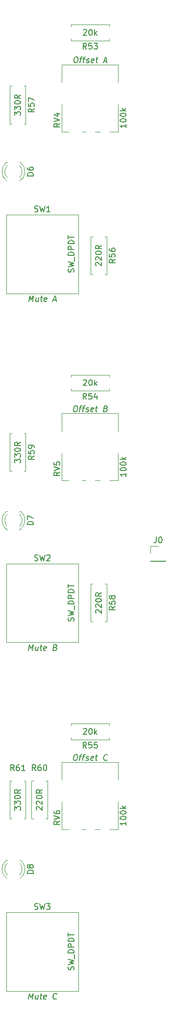
<source format=gto>
%TF.GenerationSoftware,KiCad,Pcbnew,9.0.0*%
%TF.CreationDate,2025-03-16T11:10:10+01:00*%
%TF.ProjectId,DMH_Tripple_VCA_PCB_2,444d485f-5472-4697-9070-6c655f564341,1*%
%TF.SameCoordinates,Original*%
%TF.FileFunction,Legend,Top*%
%TF.FilePolarity,Positive*%
%FSLAX46Y46*%
G04 Gerber Fmt 4.6, Leading zero omitted, Abs format (unit mm)*
G04 Created by KiCad (PCBNEW 9.0.0) date 2025-03-16 11:10:10*
%MOMM*%
%LPD*%
G01*
G04 APERTURE LIST*
%ADD10C,0.150000*%
%ADD11C,0.200000*%
%ADD12C,0.120000*%
%ADD13C,1.600000*%
%ADD14O,1.600000X1.600000*%
%ADD15O,2.720000X3.240000*%
%ADD16R,1.800000X1.800000*%
%ADD17C,1.800000*%
%ADD18R,1.700000X1.700000*%
%ADD19R,1.800000X1.400000*%
%ADD20O,1.800000X1.400000*%
%ADD21C,2.600000*%
%ADD22O,1.700000X1.700000*%
G04 APERTURE END LIST*
D10*
X82607142Y-173574819D02*
X82273809Y-173098628D01*
X82035714Y-173574819D02*
X82035714Y-172574819D01*
X82035714Y-172574819D02*
X82416666Y-172574819D01*
X82416666Y-172574819D02*
X82511904Y-172622438D01*
X82511904Y-172622438D02*
X82559523Y-172670057D01*
X82559523Y-172670057D02*
X82607142Y-172765295D01*
X82607142Y-172765295D02*
X82607142Y-172908152D01*
X82607142Y-172908152D02*
X82559523Y-173003390D01*
X82559523Y-173003390D02*
X82511904Y-173051009D01*
X82511904Y-173051009D02*
X82416666Y-173098628D01*
X82416666Y-173098628D02*
X82035714Y-173098628D01*
X83511904Y-172574819D02*
X83035714Y-172574819D01*
X83035714Y-172574819D02*
X82988095Y-173051009D01*
X82988095Y-173051009D02*
X83035714Y-173003390D01*
X83035714Y-173003390D02*
X83130952Y-172955771D01*
X83130952Y-172955771D02*
X83369047Y-172955771D01*
X83369047Y-172955771D02*
X83464285Y-173003390D01*
X83464285Y-173003390D02*
X83511904Y-173051009D01*
X83511904Y-173051009D02*
X83559523Y-173146247D01*
X83559523Y-173146247D02*
X83559523Y-173384342D01*
X83559523Y-173384342D02*
X83511904Y-173479580D01*
X83511904Y-173479580D02*
X83464285Y-173527200D01*
X83464285Y-173527200D02*
X83369047Y-173574819D01*
X83369047Y-173574819D02*
X83130952Y-173574819D01*
X83130952Y-173574819D02*
X83035714Y-173527200D01*
X83035714Y-173527200D02*
X82988095Y-173479580D01*
X84464285Y-172574819D02*
X83988095Y-172574819D01*
X83988095Y-172574819D02*
X83940476Y-173051009D01*
X83940476Y-173051009D02*
X83988095Y-173003390D01*
X83988095Y-173003390D02*
X84083333Y-172955771D01*
X84083333Y-172955771D02*
X84321428Y-172955771D01*
X84321428Y-172955771D02*
X84416666Y-173003390D01*
X84416666Y-173003390D02*
X84464285Y-173051009D01*
X84464285Y-173051009D02*
X84511904Y-173146247D01*
X84511904Y-173146247D02*
X84511904Y-173384342D01*
X84511904Y-173384342D02*
X84464285Y-173479580D01*
X84464285Y-173479580D02*
X84416666Y-173527200D01*
X84416666Y-173527200D02*
X84321428Y-173574819D01*
X84321428Y-173574819D02*
X84083333Y-173574819D01*
X84083333Y-173574819D02*
X83988095Y-173527200D01*
X83988095Y-173527200D02*
X83940476Y-173479580D01*
X82083333Y-170300057D02*
X82130952Y-170252438D01*
X82130952Y-170252438D02*
X82226190Y-170204819D01*
X82226190Y-170204819D02*
X82464285Y-170204819D01*
X82464285Y-170204819D02*
X82559523Y-170252438D01*
X82559523Y-170252438D02*
X82607142Y-170300057D01*
X82607142Y-170300057D02*
X82654761Y-170395295D01*
X82654761Y-170395295D02*
X82654761Y-170490533D01*
X82654761Y-170490533D02*
X82607142Y-170633390D01*
X82607142Y-170633390D02*
X82035714Y-171204819D01*
X82035714Y-171204819D02*
X82654761Y-171204819D01*
X83273809Y-170204819D02*
X83369047Y-170204819D01*
X83369047Y-170204819D02*
X83464285Y-170252438D01*
X83464285Y-170252438D02*
X83511904Y-170300057D01*
X83511904Y-170300057D02*
X83559523Y-170395295D01*
X83559523Y-170395295D02*
X83607142Y-170585771D01*
X83607142Y-170585771D02*
X83607142Y-170823866D01*
X83607142Y-170823866D02*
X83559523Y-171014342D01*
X83559523Y-171014342D02*
X83511904Y-171109580D01*
X83511904Y-171109580D02*
X83464285Y-171157200D01*
X83464285Y-171157200D02*
X83369047Y-171204819D01*
X83369047Y-171204819D02*
X83273809Y-171204819D01*
X83273809Y-171204819D02*
X83178571Y-171157200D01*
X83178571Y-171157200D02*
X83130952Y-171109580D01*
X83130952Y-171109580D02*
X83083333Y-171014342D01*
X83083333Y-171014342D02*
X83035714Y-170823866D01*
X83035714Y-170823866D02*
X83035714Y-170585771D01*
X83035714Y-170585771D02*
X83083333Y-170395295D01*
X83083333Y-170395295D02*
X83130952Y-170300057D01*
X83130952Y-170300057D02*
X83178571Y-170252438D01*
X83178571Y-170252438D02*
X83273809Y-170204819D01*
X84035714Y-171204819D02*
X84035714Y-170204819D01*
X84130952Y-170823866D02*
X84416666Y-171204819D01*
X84416666Y-170538152D02*
X84035714Y-170919104D01*
X78004819Y-186195238D02*
X77528628Y-186528571D01*
X78004819Y-186766666D02*
X77004819Y-186766666D01*
X77004819Y-186766666D02*
X77004819Y-186385714D01*
X77004819Y-186385714D02*
X77052438Y-186290476D01*
X77052438Y-186290476D02*
X77100057Y-186242857D01*
X77100057Y-186242857D02*
X77195295Y-186195238D01*
X77195295Y-186195238D02*
X77338152Y-186195238D01*
X77338152Y-186195238D02*
X77433390Y-186242857D01*
X77433390Y-186242857D02*
X77481009Y-186290476D01*
X77481009Y-186290476D02*
X77528628Y-186385714D01*
X77528628Y-186385714D02*
X77528628Y-186766666D01*
X77004819Y-185909523D02*
X78004819Y-185576190D01*
X78004819Y-185576190D02*
X77004819Y-185242857D01*
X77004819Y-184480952D02*
X77004819Y-184671428D01*
X77004819Y-184671428D02*
X77052438Y-184766666D01*
X77052438Y-184766666D02*
X77100057Y-184814285D01*
X77100057Y-184814285D02*
X77242914Y-184909523D01*
X77242914Y-184909523D02*
X77433390Y-184957142D01*
X77433390Y-184957142D02*
X77814342Y-184957142D01*
X77814342Y-184957142D02*
X77909580Y-184909523D01*
X77909580Y-184909523D02*
X77957200Y-184861904D01*
X77957200Y-184861904D02*
X78004819Y-184766666D01*
X78004819Y-184766666D02*
X78004819Y-184576190D01*
X78004819Y-184576190D02*
X77957200Y-184480952D01*
X77957200Y-184480952D02*
X77909580Y-184433333D01*
X77909580Y-184433333D02*
X77814342Y-184385714D01*
X77814342Y-184385714D02*
X77576247Y-184385714D01*
X77576247Y-184385714D02*
X77481009Y-184433333D01*
X77481009Y-184433333D02*
X77433390Y-184480952D01*
X77433390Y-184480952D02*
X77385771Y-184576190D01*
X77385771Y-184576190D02*
X77385771Y-184766666D01*
X77385771Y-184766666D02*
X77433390Y-184861904D01*
X77433390Y-184861904D02*
X77481009Y-184909523D01*
X77481009Y-184909523D02*
X77576247Y-184957142D01*
X89454819Y-186321428D02*
X89454819Y-186892856D01*
X89454819Y-186607142D02*
X88454819Y-186607142D01*
X88454819Y-186607142D02*
X88597676Y-186702380D01*
X88597676Y-186702380D02*
X88692914Y-186797618D01*
X88692914Y-186797618D02*
X88740533Y-186892856D01*
X88454819Y-185702380D02*
X88454819Y-185607142D01*
X88454819Y-185607142D02*
X88502438Y-185511904D01*
X88502438Y-185511904D02*
X88550057Y-185464285D01*
X88550057Y-185464285D02*
X88645295Y-185416666D01*
X88645295Y-185416666D02*
X88835771Y-185369047D01*
X88835771Y-185369047D02*
X89073866Y-185369047D01*
X89073866Y-185369047D02*
X89264342Y-185416666D01*
X89264342Y-185416666D02*
X89359580Y-185464285D01*
X89359580Y-185464285D02*
X89407200Y-185511904D01*
X89407200Y-185511904D02*
X89454819Y-185607142D01*
X89454819Y-185607142D02*
X89454819Y-185702380D01*
X89454819Y-185702380D02*
X89407200Y-185797618D01*
X89407200Y-185797618D02*
X89359580Y-185845237D01*
X89359580Y-185845237D02*
X89264342Y-185892856D01*
X89264342Y-185892856D02*
X89073866Y-185940475D01*
X89073866Y-185940475D02*
X88835771Y-185940475D01*
X88835771Y-185940475D02*
X88645295Y-185892856D01*
X88645295Y-185892856D02*
X88550057Y-185845237D01*
X88550057Y-185845237D02*
X88502438Y-185797618D01*
X88502438Y-185797618D02*
X88454819Y-185702380D01*
X88454819Y-184749999D02*
X88454819Y-184654761D01*
X88454819Y-184654761D02*
X88502438Y-184559523D01*
X88502438Y-184559523D02*
X88550057Y-184511904D01*
X88550057Y-184511904D02*
X88645295Y-184464285D01*
X88645295Y-184464285D02*
X88835771Y-184416666D01*
X88835771Y-184416666D02*
X89073866Y-184416666D01*
X89073866Y-184416666D02*
X89264342Y-184464285D01*
X89264342Y-184464285D02*
X89359580Y-184511904D01*
X89359580Y-184511904D02*
X89407200Y-184559523D01*
X89407200Y-184559523D02*
X89454819Y-184654761D01*
X89454819Y-184654761D02*
X89454819Y-184749999D01*
X89454819Y-184749999D02*
X89407200Y-184845237D01*
X89407200Y-184845237D02*
X89359580Y-184892856D01*
X89359580Y-184892856D02*
X89264342Y-184940475D01*
X89264342Y-184940475D02*
X89073866Y-184988094D01*
X89073866Y-184988094D02*
X88835771Y-184988094D01*
X88835771Y-184988094D02*
X88645295Y-184940475D01*
X88645295Y-184940475D02*
X88550057Y-184892856D01*
X88550057Y-184892856D02*
X88502438Y-184845237D01*
X88502438Y-184845237D02*
X88454819Y-184749999D01*
X89454819Y-183988094D02*
X88454819Y-183988094D01*
X89073866Y-183892856D02*
X89454819Y-183607142D01*
X88788152Y-183607142D02*
X89169104Y-183988094D01*
X80702380Y-174704819D02*
X80892856Y-174704819D01*
X80892856Y-174704819D02*
X80982141Y-174752438D01*
X80982141Y-174752438D02*
X81065475Y-174847676D01*
X81065475Y-174847676D02*
X81089284Y-175038152D01*
X81089284Y-175038152D02*
X81047618Y-175371485D01*
X81047618Y-175371485D02*
X80976189Y-175561961D01*
X80976189Y-175561961D02*
X80869046Y-175657200D01*
X80869046Y-175657200D02*
X80767856Y-175704819D01*
X80767856Y-175704819D02*
X80577380Y-175704819D01*
X80577380Y-175704819D02*
X80488094Y-175657200D01*
X80488094Y-175657200D02*
X80404761Y-175561961D01*
X80404761Y-175561961D02*
X80380951Y-175371485D01*
X80380951Y-175371485D02*
X80422618Y-175038152D01*
X80422618Y-175038152D02*
X80494046Y-174847676D01*
X80494046Y-174847676D02*
X80601189Y-174752438D01*
X80601189Y-174752438D02*
X80702380Y-174704819D01*
X81374999Y-175038152D02*
X81755951Y-175038152D01*
X81434522Y-175704819D02*
X81541665Y-174847676D01*
X81541665Y-174847676D02*
X81601189Y-174752438D01*
X81601189Y-174752438D02*
X81702380Y-174704819D01*
X81702380Y-174704819D02*
X81797618Y-174704819D01*
X81946428Y-175038152D02*
X82327380Y-175038152D01*
X82005951Y-175704819D02*
X82113094Y-174847676D01*
X82113094Y-174847676D02*
X82172618Y-174752438D01*
X82172618Y-174752438D02*
X82273809Y-174704819D01*
X82273809Y-174704819D02*
X82369047Y-174704819D01*
X82535714Y-175657200D02*
X82624999Y-175704819D01*
X82624999Y-175704819D02*
X82815476Y-175704819D01*
X82815476Y-175704819D02*
X82916666Y-175657200D01*
X82916666Y-175657200D02*
X82976190Y-175561961D01*
X82976190Y-175561961D02*
X82982142Y-175514342D01*
X82982142Y-175514342D02*
X82946428Y-175419104D01*
X82946428Y-175419104D02*
X82857142Y-175371485D01*
X82857142Y-175371485D02*
X82714285Y-175371485D01*
X82714285Y-175371485D02*
X82624999Y-175323866D01*
X82624999Y-175323866D02*
X82589285Y-175228628D01*
X82589285Y-175228628D02*
X82595238Y-175181009D01*
X82595238Y-175181009D02*
X82654761Y-175085771D01*
X82654761Y-175085771D02*
X82755952Y-175038152D01*
X82755952Y-175038152D02*
X82898809Y-175038152D01*
X82898809Y-175038152D02*
X82988095Y-175085771D01*
X83773809Y-175657200D02*
X83672619Y-175704819D01*
X83672619Y-175704819D02*
X83482142Y-175704819D01*
X83482142Y-175704819D02*
X83392857Y-175657200D01*
X83392857Y-175657200D02*
X83357142Y-175561961D01*
X83357142Y-175561961D02*
X83404762Y-175181009D01*
X83404762Y-175181009D02*
X83464285Y-175085771D01*
X83464285Y-175085771D02*
X83565476Y-175038152D01*
X83565476Y-175038152D02*
X83755952Y-175038152D01*
X83755952Y-175038152D02*
X83845238Y-175085771D01*
X83845238Y-175085771D02*
X83880952Y-175181009D01*
X83880952Y-175181009D02*
X83869047Y-175276247D01*
X83869047Y-175276247D02*
X83380952Y-175371485D01*
X84184524Y-175038152D02*
X84565476Y-175038152D01*
X84369047Y-174704819D02*
X84261905Y-175561961D01*
X84261905Y-175561961D02*
X84297619Y-175657200D01*
X84297619Y-175657200D02*
X84386905Y-175704819D01*
X84386905Y-175704819D02*
X84482143Y-175704819D01*
X86160715Y-175609580D02*
X86107143Y-175657200D01*
X86107143Y-175657200D02*
X85958334Y-175704819D01*
X85958334Y-175704819D02*
X85863096Y-175704819D01*
X85863096Y-175704819D02*
X85726191Y-175657200D01*
X85726191Y-175657200D02*
X85642858Y-175561961D01*
X85642858Y-175561961D02*
X85607143Y-175466723D01*
X85607143Y-175466723D02*
X85583334Y-175276247D01*
X85583334Y-175276247D02*
X85601191Y-175133390D01*
X85601191Y-175133390D02*
X85672619Y-174942914D01*
X85672619Y-174942914D02*
X85732143Y-174847676D01*
X85732143Y-174847676D02*
X85839286Y-174752438D01*
X85839286Y-174752438D02*
X85988096Y-174704819D01*
X85988096Y-174704819D02*
X86083334Y-174704819D01*
X86083334Y-174704819D02*
X86220239Y-174752438D01*
X86220239Y-174752438D02*
X86261905Y-174800057D01*
X70107142Y-177454819D02*
X69773809Y-176978628D01*
X69535714Y-177454819D02*
X69535714Y-176454819D01*
X69535714Y-176454819D02*
X69916666Y-176454819D01*
X69916666Y-176454819D02*
X70011904Y-176502438D01*
X70011904Y-176502438D02*
X70059523Y-176550057D01*
X70059523Y-176550057D02*
X70107142Y-176645295D01*
X70107142Y-176645295D02*
X70107142Y-176788152D01*
X70107142Y-176788152D02*
X70059523Y-176883390D01*
X70059523Y-176883390D02*
X70011904Y-176931009D01*
X70011904Y-176931009D02*
X69916666Y-176978628D01*
X69916666Y-176978628D02*
X69535714Y-176978628D01*
X70964285Y-176454819D02*
X70773809Y-176454819D01*
X70773809Y-176454819D02*
X70678571Y-176502438D01*
X70678571Y-176502438D02*
X70630952Y-176550057D01*
X70630952Y-176550057D02*
X70535714Y-176692914D01*
X70535714Y-176692914D02*
X70488095Y-176883390D01*
X70488095Y-176883390D02*
X70488095Y-177264342D01*
X70488095Y-177264342D02*
X70535714Y-177359580D01*
X70535714Y-177359580D02*
X70583333Y-177407200D01*
X70583333Y-177407200D02*
X70678571Y-177454819D01*
X70678571Y-177454819D02*
X70869047Y-177454819D01*
X70869047Y-177454819D02*
X70964285Y-177407200D01*
X70964285Y-177407200D02*
X71011904Y-177359580D01*
X71011904Y-177359580D02*
X71059523Y-177264342D01*
X71059523Y-177264342D02*
X71059523Y-177026247D01*
X71059523Y-177026247D02*
X71011904Y-176931009D01*
X71011904Y-176931009D02*
X70964285Y-176883390D01*
X70964285Y-176883390D02*
X70869047Y-176835771D01*
X70869047Y-176835771D02*
X70678571Y-176835771D01*
X70678571Y-176835771D02*
X70583333Y-176883390D01*
X70583333Y-176883390D02*
X70535714Y-176931009D01*
X70535714Y-176931009D02*
X70488095Y-177026247D01*
X72011904Y-177454819D02*
X71440476Y-177454819D01*
X71726190Y-177454819D02*
X71726190Y-176454819D01*
X71726190Y-176454819D02*
X71630952Y-176597676D01*
X71630952Y-176597676D02*
X71535714Y-176692914D01*
X71535714Y-176692914D02*
X71440476Y-176740533D01*
X70204819Y-184285713D02*
X70204819Y-183666666D01*
X70204819Y-183666666D02*
X70585771Y-183999999D01*
X70585771Y-183999999D02*
X70585771Y-183857142D01*
X70585771Y-183857142D02*
X70633390Y-183761904D01*
X70633390Y-183761904D02*
X70681009Y-183714285D01*
X70681009Y-183714285D02*
X70776247Y-183666666D01*
X70776247Y-183666666D02*
X71014342Y-183666666D01*
X71014342Y-183666666D02*
X71109580Y-183714285D01*
X71109580Y-183714285D02*
X71157200Y-183761904D01*
X71157200Y-183761904D02*
X71204819Y-183857142D01*
X71204819Y-183857142D02*
X71204819Y-184142856D01*
X71204819Y-184142856D02*
X71157200Y-184238094D01*
X71157200Y-184238094D02*
X71109580Y-184285713D01*
X70204819Y-183333332D02*
X70204819Y-182714285D01*
X70204819Y-182714285D02*
X70585771Y-183047618D01*
X70585771Y-183047618D02*
X70585771Y-182904761D01*
X70585771Y-182904761D02*
X70633390Y-182809523D01*
X70633390Y-182809523D02*
X70681009Y-182761904D01*
X70681009Y-182761904D02*
X70776247Y-182714285D01*
X70776247Y-182714285D02*
X71014342Y-182714285D01*
X71014342Y-182714285D02*
X71109580Y-182761904D01*
X71109580Y-182761904D02*
X71157200Y-182809523D01*
X71157200Y-182809523D02*
X71204819Y-182904761D01*
X71204819Y-182904761D02*
X71204819Y-183190475D01*
X71204819Y-183190475D02*
X71157200Y-183285713D01*
X71157200Y-183285713D02*
X71109580Y-183333332D01*
X70204819Y-182095237D02*
X70204819Y-181999999D01*
X70204819Y-181999999D02*
X70252438Y-181904761D01*
X70252438Y-181904761D02*
X70300057Y-181857142D01*
X70300057Y-181857142D02*
X70395295Y-181809523D01*
X70395295Y-181809523D02*
X70585771Y-181761904D01*
X70585771Y-181761904D02*
X70823866Y-181761904D01*
X70823866Y-181761904D02*
X71014342Y-181809523D01*
X71014342Y-181809523D02*
X71109580Y-181857142D01*
X71109580Y-181857142D02*
X71157200Y-181904761D01*
X71157200Y-181904761D02*
X71204819Y-181999999D01*
X71204819Y-181999999D02*
X71204819Y-182095237D01*
X71204819Y-182095237D02*
X71157200Y-182190475D01*
X71157200Y-182190475D02*
X71109580Y-182238094D01*
X71109580Y-182238094D02*
X71014342Y-182285713D01*
X71014342Y-182285713D02*
X70823866Y-182333332D01*
X70823866Y-182333332D02*
X70585771Y-182333332D01*
X70585771Y-182333332D02*
X70395295Y-182285713D01*
X70395295Y-182285713D02*
X70300057Y-182238094D01*
X70300057Y-182238094D02*
X70252438Y-182190475D01*
X70252438Y-182190475D02*
X70204819Y-182095237D01*
X71204819Y-180761904D02*
X70728628Y-181095237D01*
X71204819Y-181333332D02*
X70204819Y-181333332D01*
X70204819Y-181333332D02*
X70204819Y-180952380D01*
X70204819Y-180952380D02*
X70252438Y-180857142D01*
X70252438Y-180857142D02*
X70300057Y-180809523D01*
X70300057Y-180809523D02*
X70395295Y-180761904D01*
X70395295Y-180761904D02*
X70538152Y-180761904D01*
X70538152Y-180761904D02*
X70633390Y-180809523D01*
X70633390Y-180809523D02*
X70681009Y-180857142D01*
X70681009Y-180857142D02*
X70728628Y-180952380D01*
X70728628Y-180952380D02*
X70728628Y-181333332D01*
X73574819Y-63142857D02*
X73098628Y-63476190D01*
X73574819Y-63714285D02*
X72574819Y-63714285D01*
X72574819Y-63714285D02*
X72574819Y-63333333D01*
X72574819Y-63333333D02*
X72622438Y-63238095D01*
X72622438Y-63238095D02*
X72670057Y-63190476D01*
X72670057Y-63190476D02*
X72765295Y-63142857D01*
X72765295Y-63142857D02*
X72908152Y-63142857D01*
X72908152Y-63142857D02*
X73003390Y-63190476D01*
X73003390Y-63190476D02*
X73051009Y-63238095D01*
X73051009Y-63238095D02*
X73098628Y-63333333D01*
X73098628Y-63333333D02*
X73098628Y-63714285D01*
X72574819Y-62238095D02*
X72574819Y-62714285D01*
X72574819Y-62714285D02*
X73051009Y-62761904D01*
X73051009Y-62761904D02*
X73003390Y-62714285D01*
X73003390Y-62714285D02*
X72955771Y-62619047D01*
X72955771Y-62619047D02*
X72955771Y-62380952D01*
X72955771Y-62380952D02*
X73003390Y-62285714D01*
X73003390Y-62285714D02*
X73051009Y-62238095D01*
X73051009Y-62238095D02*
X73146247Y-62190476D01*
X73146247Y-62190476D02*
X73384342Y-62190476D01*
X73384342Y-62190476D02*
X73479580Y-62238095D01*
X73479580Y-62238095D02*
X73527200Y-62285714D01*
X73527200Y-62285714D02*
X73574819Y-62380952D01*
X73574819Y-62380952D02*
X73574819Y-62619047D01*
X73574819Y-62619047D02*
X73527200Y-62714285D01*
X73527200Y-62714285D02*
X73479580Y-62761904D01*
X72574819Y-61857142D02*
X72574819Y-61190476D01*
X72574819Y-61190476D02*
X73574819Y-61619047D01*
X70204819Y-64285713D02*
X70204819Y-63666666D01*
X70204819Y-63666666D02*
X70585771Y-63999999D01*
X70585771Y-63999999D02*
X70585771Y-63857142D01*
X70585771Y-63857142D02*
X70633390Y-63761904D01*
X70633390Y-63761904D02*
X70681009Y-63714285D01*
X70681009Y-63714285D02*
X70776247Y-63666666D01*
X70776247Y-63666666D02*
X71014342Y-63666666D01*
X71014342Y-63666666D02*
X71109580Y-63714285D01*
X71109580Y-63714285D02*
X71157200Y-63761904D01*
X71157200Y-63761904D02*
X71204819Y-63857142D01*
X71204819Y-63857142D02*
X71204819Y-64142856D01*
X71204819Y-64142856D02*
X71157200Y-64238094D01*
X71157200Y-64238094D02*
X71109580Y-64285713D01*
X70204819Y-63333332D02*
X70204819Y-62714285D01*
X70204819Y-62714285D02*
X70585771Y-63047618D01*
X70585771Y-63047618D02*
X70585771Y-62904761D01*
X70585771Y-62904761D02*
X70633390Y-62809523D01*
X70633390Y-62809523D02*
X70681009Y-62761904D01*
X70681009Y-62761904D02*
X70776247Y-62714285D01*
X70776247Y-62714285D02*
X71014342Y-62714285D01*
X71014342Y-62714285D02*
X71109580Y-62761904D01*
X71109580Y-62761904D02*
X71157200Y-62809523D01*
X71157200Y-62809523D02*
X71204819Y-62904761D01*
X71204819Y-62904761D02*
X71204819Y-63190475D01*
X71204819Y-63190475D02*
X71157200Y-63285713D01*
X71157200Y-63285713D02*
X71109580Y-63333332D01*
X70204819Y-62095237D02*
X70204819Y-61999999D01*
X70204819Y-61999999D02*
X70252438Y-61904761D01*
X70252438Y-61904761D02*
X70300057Y-61857142D01*
X70300057Y-61857142D02*
X70395295Y-61809523D01*
X70395295Y-61809523D02*
X70585771Y-61761904D01*
X70585771Y-61761904D02*
X70823866Y-61761904D01*
X70823866Y-61761904D02*
X71014342Y-61809523D01*
X71014342Y-61809523D02*
X71109580Y-61857142D01*
X71109580Y-61857142D02*
X71157200Y-61904761D01*
X71157200Y-61904761D02*
X71204819Y-61999999D01*
X71204819Y-61999999D02*
X71204819Y-62095237D01*
X71204819Y-62095237D02*
X71157200Y-62190475D01*
X71157200Y-62190475D02*
X71109580Y-62238094D01*
X71109580Y-62238094D02*
X71014342Y-62285713D01*
X71014342Y-62285713D02*
X70823866Y-62333332D01*
X70823866Y-62333332D02*
X70585771Y-62333332D01*
X70585771Y-62333332D02*
X70395295Y-62285713D01*
X70395295Y-62285713D02*
X70300057Y-62238094D01*
X70300057Y-62238094D02*
X70252438Y-62190475D01*
X70252438Y-62190475D02*
X70204819Y-62095237D01*
X71204819Y-60761904D02*
X70728628Y-61095237D01*
X71204819Y-61333332D02*
X70204819Y-61333332D01*
X70204819Y-61333332D02*
X70204819Y-60952380D01*
X70204819Y-60952380D02*
X70252438Y-60857142D01*
X70252438Y-60857142D02*
X70300057Y-60809523D01*
X70300057Y-60809523D02*
X70395295Y-60761904D01*
X70395295Y-60761904D02*
X70538152Y-60761904D01*
X70538152Y-60761904D02*
X70633390Y-60809523D01*
X70633390Y-60809523D02*
X70681009Y-60857142D01*
X70681009Y-60857142D02*
X70728628Y-60952380D01*
X70728628Y-60952380D02*
X70728628Y-61333332D01*
X94666666Y-137124819D02*
X94666666Y-137839104D01*
X94666666Y-137839104D02*
X94619047Y-137981961D01*
X94619047Y-137981961D02*
X94523809Y-138077200D01*
X94523809Y-138077200D02*
X94380952Y-138124819D01*
X94380952Y-138124819D02*
X94285714Y-138124819D01*
X95333333Y-137124819D02*
X95428571Y-137124819D01*
X95428571Y-137124819D02*
X95523809Y-137172438D01*
X95523809Y-137172438D02*
X95571428Y-137220057D01*
X95571428Y-137220057D02*
X95619047Y-137315295D01*
X95619047Y-137315295D02*
X95666666Y-137505771D01*
X95666666Y-137505771D02*
X95666666Y-137743866D01*
X95666666Y-137743866D02*
X95619047Y-137934342D01*
X95619047Y-137934342D02*
X95571428Y-138029580D01*
X95571428Y-138029580D02*
X95523809Y-138077200D01*
X95523809Y-138077200D02*
X95428571Y-138124819D01*
X95428571Y-138124819D02*
X95333333Y-138124819D01*
X95333333Y-138124819D02*
X95238095Y-138077200D01*
X95238095Y-138077200D02*
X95190476Y-138029580D01*
X95190476Y-138029580D02*
X95142857Y-137934342D01*
X95142857Y-137934342D02*
X95095238Y-137743866D01*
X95095238Y-137743866D02*
X95095238Y-137505771D01*
X95095238Y-137505771D02*
X95142857Y-137315295D01*
X95142857Y-137315295D02*
X95190476Y-137220057D01*
X95190476Y-137220057D02*
X95238095Y-137172438D01*
X95238095Y-137172438D02*
X95333333Y-137124819D01*
X87574819Y-149142857D02*
X87098628Y-149476190D01*
X87574819Y-149714285D02*
X86574819Y-149714285D01*
X86574819Y-149714285D02*
X86574819Y-149333333D01*
X86574819Y-149333333D02*
X86622438Y-149238095D01*
X86622438Y-149238095D02*
X86670057Y-149190476D01*
X86670057Y-149190476D02*
X86765295Y-149142857D01*
X86765295Y-149142857D02*
X86908152Y-149142857D01*
X86908152Y-149142857D02*
X87003390Y-149190476D01*
X87003390Y-149190476D02*
X87051009Y-149238095D01*
X87051009Y-149238095D02*
X87098628Y-149333333D01*
X87098628Y-149333333D02*
X87098628Y-149714285D01*
X86574819Y-148238095D02*
X86574819Y-148714285D01*
X86574819Y-148714285D02*
X87051009Y-148761904D01*
X87051009Y-148761904D02*
X87003390Y-148714285D01*
X87003390Y-148714285D02*
X86955771Y-148619047D01*
X86955771Y-148619047D02*
X86955771Y-148380952D01*
X86955771Y-148380952D02*
X87003390Y-148285714D01*
X87003390Y-148285714D02*
X87051009Y-148238095D01*
X87051009Y-148238095D02*
X87146247Y-148190476D01*
X87146247Y-148190476D02*
X87384342Y-148190476D01*
X87384342Y-148190476D02*
X87479580Y-148238095D01*
X87479580Y-148238095D02*
X87527200Y-148285714D01*
X87527200Y-148285714D02*
X87574819Y-148380952D01*
X87574819Y-148380952D02*
X87574819Y-148619047D01*
X87574819Y-148619047D02*
X87527200Y-148714285D01*
X87527200Y-148714285D02*
X87479580Y-148761904D01*
X87003390Y-147619047D02*
X86955771Y-147714285D01*
X86955771Y-147714285D02*
X86908152Y-147761904D01*
X86908152Y-147761904D02*
X86812914Y-147809523D01*
X86812914Y-147809523D02*
X86765295Y-147809523D01*
X86765295Y-147809523D02*
X86670057Y-147761904D01*
X86670057Y-147761904D02*
X86622438Y-147714285D01*
X86622438Y-147714285D02*
X86574819Y-147619047D01*
X86574819Y-147619047D02*
X86574819Y-147428571D01*
X86574819Y-147428571D02*
X86622438Y-147333333D01*
X86622438Y-147333333D02*
X86670057Y-147285714D01*
X86670057Y-147285714D02*
X86765295Y-147238095D01*
X86765295Y-147238095D02*
X86812914Y-147238095D01*
X86812914Y-147238095D02*
X86908152Y-147285714D01*
X86908152Y-147285714D02*
X86955771Y-147333333D01*
X86955771Y-147333333D02*
X87003390Y-147428571D01*
X87003390Y-147428571D02*
X87003390Y-147619047D01*
X87003390Y-147619047D02*
X87051009Y-147714285D01*
X87051009Y-147714285D02*
X87098628Y-147761904D01*
X87098628Y-147761904D02*
X87193866Y-147809523D01*
X87193866Y-147809523D02*
X87384342Y-147809523D01*
X87384342Y-147809523D02*
X87479580Y-147761904D01*
X87479580Y-147761904D02*
X87527200Y-147714285D01*
X87527200Y-147714285D02*
X87574819Y-147619047D01*
X87574819Y-147619047D02*
X87574819Y-147428571D01*
X87574819Y-147428571D02*
X87527200Y-147333333D01*
X87527200Y-147333333D02*
X87479580Y-147285714D01*
X87479580Y-147285714D02*
X87384342Y-147238095D01*
X87384342Y-147238095D02*
X87193866Y-147238095D01*
X87193866Y-147238095D02*
X87098628Y-147285714D01*
X87098628Y-147285714D02*
X87051009Y-147333333D01*
X87051009Y-147333333D02*
X87003390Y-147428571D01*
X84300057Y-150238094D02*
X84252438Y-150190475D01*
X84252438Y-150190475D02*
X84204819Y-150095237D01*
X84204819Y-150095237D02*
X84204819Y-149857142D01*
X84204819Y-149857142D02*
X84252438Y-149761904D01*
X84252438Y-149761904D02*
X84300057Y-149714285D01*
X84300057Y-149714285D02*
X84395295Y-149666666D01*
X84395295Y-149666666D02*
X84490533Y-149666666D01*
X84490533Y-149666666D02*
X84633390Y-149714285D01*
X84633390Y-149714285D02*
X85204819Y-150285713D01*
X85204819Y-150285713D02*
X85204819Y-149666666D01*
X84300057Y-149285713D02*
X84252438Y-149238094D01*
X84252438Y-149238094D02*
X84204819Y-149142856D01*
X84204819Y-149142856D02*
X84204819Y-148904761D01*
X84204819Y-148904761D02*
X84252438Y-148809523D01*
X84252438Y-148809523D02*
X84300057Y-148761904D01*
X84300057Y-148761904D02*
X84395295Y-148714285D01*
X84395295Y-148714285D02*
X84490533Y-148714285D01*
X84490533Y-148714285D02*
X84633390Y-148761904D01*
X84633390Y-148761904D02*
X85204819Y-149333332D01*
X85204819Y-149333332D02*
X85204819Y-148714285D01*
X84204819Y-148095237D02*
X84204819Y-147999999D01*
X84204819Y-147999999D02*
X84252438Y-147904761D01*
X84252438Y-147904761D02*
X84300057Y-147857142D01*
X84300057Y-147857142D02*
X84395295Y-147809523D01*
X84395295Y-147809523D02*
X84585771Y-147761904D01*
X84585771Y-147761904D02*
X84823866Y-147761904D01*
X84823866Y-147761904D02*
X85014342Y-147809523D01*
X85014342Y-147809523D02*
X85109580Y-147857142D01*
X85109580Y-147857142D02*
X85157200Y-147904761D01*
X85157200Y-147904761D02*
X85204819Y-147999999D01*
X85204819Y-147999999D02*
X85204819Y-148095237D01*
X85204819Y-148095237D02*
X85157200Y-148190475D01*
X85157200Y-148190475D02*
X85109580Y-148238094D01*
X85109580Y-148238094D02*
X85014342Y-148285713D01*
X85014342Y-148285713D02*
X84823866Y-148333332D01*
X84823866Y-148333332D02*
X84585771Y-148333332D01*
X84585771Y-148333332D02*
X84395295Y-148285713D01*
X84395295Y-148285713D02*
X84300057Y-148238094D01*
X84300057Y-148238094D02*
X84252438Y-148190475D01*
X84252438Y-148190475D02*
X84204819Y-148095237D01*
X85204819Y-146761904D02*
X84728628Y-147095237D01*
X85204819Y-147333332D02*
X84204819Y-147333332D01*
X84204819Y-147333332D02*
X84204819Y-146952380D01*
X84204819Y-146952380D02*
X84252438Y-146857142D01*
X84252438Y-146857142D02*
X84300057Y-146809523D01*
X84300057Y-146809523D02*
X84395295Y-146761904D01*
X84395295Y-146761904D02*
X84538152Y-146761904D01*
X84538152Y-146761904D02*
X84633390Y-146809523D01*
X84633390Y-146809523D02*
X84681009Y-146857142D01*
X84681009Y-146857142D02*
X84728628Y-146952380D01*
X84728628Y-146952380D02*
X84728628Y-147333332D01*
X73414819Y-134988094D02*
X72414819Y-134988094D01*
X72414819Y-134988094D02*
X72414819Y-134749999D01*
X72414819Y-134749999D02*
X72462438Y-134607142D01*
X72462438Y-134607142D02*
X72557676Y-134511904D01*
X72557676Y-134511904D02*
X72652914Y-134464285D01*
X72652914Y-134464285D02*
X72843390Y-134416666D01*
X72843390Y-134416666D02*
X72986247Y-134416666D01*
X72986247Y-134416666D02*
X73176723Y-134464285D01*
X73176723Y-134464285D02*
X73271961Y-134511904D01*
X73271961Y-134511904D02*
X73367200Y-134607142D01*
X73367200Y-134607142D02*
X73414819Y-134749999D01*
X73414819Y-134749999D02*
X73414819Y-134988094D01*
X72414819Y-134083332D02*
X72414819Y-133416666D01*
X72414819Y-133416666D02*
X73414819Y-133845237D01*
X82607142Y-52824819D02*
X82273809Y-52348628D01*
X82035714Y-52824819D02*
X82035714Y-51824819D01*
X82035714Y-51824819D02*
X82416666Y-51824819D01*
X82416666Y-51824819D02*
X82511904Y-51872438D01*
X82511904Y-51872438D02*
X82559523Y-51920057D01*
X82559523Y-51920057D02*
X82607142Y-52015295D01*
X82607142Y-52015295D02*
X82607142Y-52158152D01*
X82607142Y-52158152D02*
X82559523Y-52253390D01*
X82559523Y-52253390D02*
X82511904Y-52301009D01*
X82511904Y-52301009D02*
X82416666Y-52348628D01*
X82416666Y-52348628D02*
X82035714Y-52348628D01*
X83511904Y-51824819D02*
X83035714Y-51824819D01*
X83035714Y-51824819D02*
X82988095Y-52301009D01*
X82988095Y-52301009D02*
X83035714Y-52253390D01*
X83035714Y-52253390D02*
X83130952Y-52205771D01*
X83130952Y-52205771D02*
X83369047Y-52205771D01*
X83369047Y-52205771D02*
X83464285Y-52253390D01*
X83464285Y-52253390D02*
X83511904Y-52301009D01*
X83511904Y-52301009D02*
X83559523Y-52396247D01*
X83559523Y-52396247D02*
X83559523Y-52634342D01*
X83559523Y-52634342D02*
X83511904Y-52729580D01*
X83511904Y-52729580D02*
X83464285Y-52777200D01*
X83464285Y-52777200D02*
X83369047Y-52824819D01*
X83369047Y-52824819D02*
X83130952Y-52824819D01*
X83130952Y-52824819D02*
X83035714Y-52777200D01*
X83035714Y-52777200D02*
X82988095Y-52729580D01*
X83892857Y-51824819D02*
X84511904Y-51824819D01*
X84511904Y-51824819D02*
X84178571Y-52205771D01*
X84178571Y-52205771D02*
X84321428Y-52205771D01*
X84321428Y-52205771D02*
X84416666Y-52253390D01*
X84416666Y-52253390D02*
X84464285Y-52301009D01*
X84464285Y-52301009D02*
X84511904Y-52396247D01*
X84511904Y-52396247D02*
X84511904Y-52634342D01*
X84511904Y-52634342D02*
X84464285Y-52729580D01*
X84464285Y-52729580D02*
X84416666Y-52777200D01*
X84416666Y-52777200D02*
X84321428Y-52824819D01*
X84321428Y-52824819D02*
X84035714Y-52824819D01*
X84035714Y-52824819D02*
X83940476Y-52777200D01*
X83940476Y-52777200D02*
X83892857Y-52729580D01*
X82083333Y-49550057D02*
X82130952Y-49502438D01*
X82130952Y-49502438D02*
X82226190Y-49454819D01*
X82226190Y-49454819D02*
X82464285Y-49454819D01*
X82464285Y-49454819D02*
X82559523Y-49502438D01*
X82559523Y-49502438D02*
X82607142Y-49550057D01*
X82607142Y-49550057D02*
X82654761Y-49645295D01*
X82654761Y-49645295D02*
X82654761Y-49740533D01*
X82654761Y-49740533D02*
X82607142Y-49883390D01*
X82607142Y-49883390D02*
X82035714Y-50454819D01*
X82035714Y-50454819D02*
X82654761Y-50454819D01*
X83273809Y-49454819D02*
X83369047Y-49454819D01*
X83369047Y-49454819D02*
X83464285Y-49502438D01*
X83464285Y-49502438D02*
X83511904Y-49550057D01*
X83511904Y-49550057D02*
X83559523Y-49645295D01*
X83559523Y-49645295D02*
X83607142Y-49835771D01*
X83607142Y-49835771D02*
X83607142Y-50073866D01*
X83607142Y-50073866D02*
X83559523Y-50264342D01*
X83559523Y-50264342D02*
X83511904Y-50359580D01*
X83511904Y-50359580D02*
X83464285Y-50407200D01*
X83464285Y-50407200D02*
X83369047Y-50454819D01*
X83369047Y-50454819D02*
X83273809Y-50454819D01*
X83273809Y-50454819D02*
X83178571Y-50407200D01*
X83178571Y-50407200D02*
X83130952Y-50359580D01*
X83130952Y-50359580D02*
X83083333Y-50264342D01*
X83083333Y-50264342D02*
X83035714Y-50073866D01*
X83035714Y-50073866D02*
X83035714Y-49835771D01*
X83035714Y-49835771D02*
X83083333Y-49645295D01*
X83083333Y-49645295D02*
X83130952Y-49550057D01*
X83130952Y-49550057D02*
X83178571Y-49502438D01*
X83178571Y-49502438D02*
X83273809Y-49454819D01*
X84035714Y-50454819D02*
X84035714Y-49454819D01*
X84130952Y-50073866D02*
X84416666Y-50454819D01*
X84416666Y-49788152D02*
X84035714Y-50169104D01*
X73666667Y-201407200D02*
X73809524Y-201454819D01*
X73809524Y-201454819D02*
X74047619Y-201454819D01*
X74047619Y-201454819D02*
X74142857Y-201407200D01*
X74142857Y-201407200D02*
X74190476Y-201359580D01*
X74190476Y-201359580D02*
X74238095Y-201264342D01*
X74238095Y-201264342D02*
X74238095Y-201169104D01*
X74238095Y-201169104D02*
X74190476Y-201073866D01*
X74190476Y-201073866D02*
X74142857Y-201026247D01*
X74142857Y-201026247D02*
X74047619Y-200978628D01*
X74047619Y-200978628D02*
X73857143Y-200931009D01*
X73857143Y-200931009D02*
X73761905Y-200883390D01*
X73761905Y-200883390D02*
X73714286Y-200835771D01*
X73714286Y-200835771D02*
X73666667Y-200740533D01*
X73666667Y-200740533D02*
X73666667Y-200645295D01*
X73666667Y-200645295D02*
X73714286Y-200550057D01*
X73714286Y-200550057D02*
X73761905Y-200502438D01*
X73761905Y-200502438D02*
X73857143Y-200454819D01*
X73857143Y-200454819D02*
X74095238Y-200454819D01*
X74095238Y-200454819D02*
X74238095Y-200502438D01*
X74571429Y-200454819D02*
X74809524Y-201454819D01*
X74809524Y-201454819D02*
X75000000Y-200740533D01*
X75000000Y-200740533D02*
X75190476Y-201454819D01*
X75190476Y-201454819D02*
X75428572Y-200454819D01*
X75714286Y-200454819D02*
X76333333Y-200454819D01*
X76333333Y-200454819D02*
X76000000Y-200835771D01*
X76000000Y-200835771D02*
X76142857Y-200835771D01*
X76142857Y-200835771D02*
X76238095Y-200883390D01*
X76238095Y-200883390D02*
X76285714Y-200931009D01*
X76285714Y-200931009D02*
X76333333Y-201026247D01*
X76333333Y-201026247D02*
X76333333Y-201264342D01*
X76333333Y-201264342D02*
X76285714Y-201359580D01*
X76285714Y-201359580D02*
X76238095Y-201407200D01*
X76238095Y-201407200D02*
X76142857Y-201454819D01*
X76142857Y-201454819D02*
X75857143Y-201454819D01*
X75857143Y-201454819D02*
X75761905Y-201407200D01*
X75761905Y-201407200D02*
X75714286Y-201359580D01*
X80407200Y-211869047D02*
X80454819Y-211726190D01*
X80454819Y-211726190D02*
X80454819Y-211488095D01*
X80454819Y-211488095D02*
X80407200Y-211392857D01*
X80407200Y-211392857D02*
X80359580Y-211345238D01*
X80359580Y-211345238D02*
X80264342Y-211297619D01*
X80264342Y-211297619D02*
X80169104Y-211297619D01*
X80169104Y-211297619D02*
X80073866Y-211345238D01*
X80073866Y-211345238D02*
X80026247Y-211392857D01*
X80026247Y-211392857D02*
X79978628Y-211488095D01*
X79978628Y-211488095D02*
X79931009Y-211678571D01*
X79931009Y-211678571D02*
X79883390Y-211773809D01*
X79883390Y-211773809D02*
X79835771Y-211821428D01*
X79835771Y-211821428D02*
X79740533Y-211869047D01*
X79740533Y-211869047D02*
X79645295Y-211869047D01*
X79645295Y-211869047D02*
X79550057Y-211821428D01*
X79550057Y-211821428D02*
X79502438Y-211773809D01*
X79502438Y-211773809D02*
X79454819Y-211678571D01*
X79454819Y-211678571D02*
X79454819Y-211440476D01*
X79454819Y-211440476D02*
X79502438Y-211297619D01*
X79454819Y-210964285D02*
X80454819Y-210726190D01*
X80454819Y-210726190D02*
X79740533Y-210535714D01*
X79740533Y-210535714D02*
X80454819Y-210345238D01*
X80454819Y-210345238D02*
X79454819Y-210107143D01*
X80550057Y-209964286D02*
X80550057Y-209202381D01*
X80454819Y-208964285D02*
X79454819Y-208964285D01*
X79454819Y-208964285D02*
X79454819Y-208726190D01*
X79454819Y-208726190D02*
X79502438Y-208583333D01*
X79502438Y-208583333D02*
X79597676Y-208488095D01*
X79597676Y-208488095D02*
X79692914Y-208440476D01*
X79692914Y-208440476D02*
X79883390Y-208392857D01*
X79883390Y-208392857D02*
X80026247Y-208392857D01*
X80026247Y-208392857D02*
X80216723Y-208440476D01*
X80216723Y-208440476D02*
X80311961Y-208488095D01*
X80311961Y-208488095D02*
X80407200Y-208583333D01*
X80407200Y-208583333D02*
X80454819Y-208726190D01*
X80454819Y-208726190D02*
X80454819Y-208964285D01*
X80454819Y-207964285D02*
X79454819Y-207964285D01*
X79454819Y-207964285D02*
X79454819Y-207583333D01*
X79454819Y-207583333D02*
X79502438Y-207488095D01*
X79502438Y-207488095D02*
X79550057Y-207440476D01*
X79550057Y-207440476D02*
X79645295Y-207392857D01*
X79645295Y-207392857D02*
X79788152Y-207392857D01*
X79788152Y-207392857D02*
X79883390Y-207440476D01*
X79883390Y-207440476D02*
X79931009Y-207488095D01*
X79931009Y-207488095D02*
X79978628Y-207583333D01*
X79978628Y-207583333D02*
X79978628Y-207964285D01*
X80454819Y-206964285D02*
X79454819Y-206964285D01*
X79454819Y-206964285D02*
X79454819Y-206726190D01*
X79454819Y-206726190D02*
X79502438Y-206583333D01*
X79502438Y-206583333D02*
X79597676Y-206488095D01*
X79597676Y-206488095D02*
X79692914Y-206440476D01*
X79692914Y-206440476D02*
X79883390Y-206392857D01*
X79883390Y-206392857D02*
X80026247Y-206392857D01*
X80026247Y-206392857D02*
X80216723Y-206440476D01*
X80216723Y-206440476D02*
X80311961Y-206488095D01*
X80311961Y-206488095D02*
X80407200Y-206583333D01*
X80407200Y-206583333D02*
X80454819Y-206726190D01*
X80454819Y-206726190D02*
X80454819Y-206964285D01*
X79454819Y-206107142D02*
X79454819Y-205535714D01*
X80454819Y-205821428D02*
X79454819Y-205821428D01*
X72613094Y-216954819D02*
X72738094Y-215954819D01*
X72738094Y-215954819D02*
X72982142Y-216669104D01*
X72982142Y-216669104D02*
X73404761Y-215954819D01*
X73404761Y-215954819D02*
X73279761Y-216954819D01*
X74267856Y-216288152D02*
X74184523Y-216954819D01*
X73839285Y-216288152D02*
X73773809Y-216811961D01*
X73773809Y-216811961D02*
X73809523Y-216907200D01*
X73809523Y-216907200D02*
X73898809Y-216954819D01*
X73898809Y-216954819D02*
X74041666Y-216954819D01*
X74041666Y-216954819D02*
X74142856Y-216907200D01*
X74142856Y-216907200D02*
X74196428Y-216859580D01*
X74601190Y-216288152D02*
X74982142Y-216288152D01*
X74785713Y-215954819D02*
X74678571Y-216811961D01*
X74678571Y-216811961D02*
X74714285Y-216907200D01*
X74714285Y-216907200D02*
X74803571Y-216954819D01*
X74803571Y-216954819D02*
X74898809Y-216954819D01*
X75619047Y-216907200D02*
X75517857Y-216954819D01*
X75517857Y-216954819D02*
X75327380Y-216954819D01*
X75327380Y-216954819D02*
X75238095Y-216907200D01*
X75238095Y-216907200D02*
X75202380Y-216811961D01*
X75202380Y-216811961D02*
X75250000Y-216431009D01*
X75250000Y-216431009D02*
X75309523Y-216335771D01*
X75309523Y-216335771D02*
X75410714Y-216288152D01*
X75410714Y-216288152D02*
X75601190Y-216288152D01*
X75601190Y-216288152D02*
X75690476Y-216335771D01*
X75690476Y-216335771D02*
X75726190Y-216431009D01*
X75726190Y-216431009D02*
X75714285Y-216526247D01*
X75714285Y-216526247D02*
X75226190Y-216621485D01*
X77434524Y-216859580D02*
X77380952Y-216907200D01*
X77380952Y-216907200D02*
X77232143Y-216954819D01*
X77232143Y-216954819D02*
X77136905Y-216954819D01*
X77136905Y-216954819D02*
X77000000Y-216907200D01*
X77000000Y-216907200D02*
X76916667Y-216811961D01*
X76916667Y-216811961D02*
X76880952Y-216716723D01*
X76880952Y-216716723D02*
X76857143Y-216526247D01*
X76857143Y-216526247D02*
X76875000Y-216383390D01*
X76875000Y-216383390D02*
X76946428Y-216192914D01*
X76946428Y-216192914D02*
X77005952Y-216097676D01*
X77005952Y-216097676D02*
X77113095Y-216002438D01*
X77113095Y-216002438D02*
X77261905Y-215954819D01*
X77261905Y-215954819D02*
X77357143Y-215954819D01*
X77357143Y-215954819D02*
X77494048Y-216002438D01*
X77494048Y-216002438D02*
X77535714Y-216050057D01*
X73414819Y-195238094D02*
X72414819Y-195238094D01*
X72414819Y-195238094D02*
X72414819Y-194999999D01*
X72414819Y-194999999D02*
X72462438Y-194857142D01*
X72462438Y-194857142D02*
X72557676Y-194761904D01*
X72557676Y-194761904D02*
X72652914Y-194714285D01*
X72652914Y-194714285D02*
X72843390Y-194666666D01*
X72843390Y-194666666D02*
X72986247Y-194666666D01*
X72986247Y-194666666D02*
X73176723Y-194714285D01*
X73176723Y-194714285D02*
X73271961Y-194761904D01*
X73271961Y-194761904D02*
X73367200Y-194857142D01*
X73367200Y-194857142D02*
X73414819Y-194999999D01*
X73414819Y-194999999D02*
X73414819Y-195238094D01*
X72843390Y-194095237D02*
X72795771Y-194190475D01*
X72795771Y-194190475D02*
X72748152Y-194238094D01*
X72748152Y-194238094D02*
X72652914Y-194285713D01*
X72652914Y-194285713D02*
X72605295Y-194285713D01*
X72605295Y-194285713D02*
X72510057Y-194238094D01*
X72510057Y-194238094D02*
X72462438Y-194190475D01*
X72462438Y-194190475D02*
X72414819Y-194095237D01*
X72414819Y-194095237D02*
X72414819Y-193904761D01*
X72414819Y-193904761D02*
X72462438Y-193809523D01*
X72462438Y-193809523D02*
X72510057Y-193761904D01*
X72510057Y-193761904D02*
X72605295Y-193714285D01*
X72605295Y-193714285D02*
X72652914Y-193714285D01*
X72652914Y-193714285D02*
X72748152Y-193761904D01*
X72748152Y-193761904D02*
X72795771Y-193809523D01*
X72795771Y-193809523D02*
X72843390Y-193904761D01*
X72843390Y-193904761D02*
X72843390Y-194095237D01*
X72843390Y-194095237D02*
X72891009Y-194190475D01*
X72891009Y-194190475D02*
X72938628Y-194238094D01*
X72938628Y-194238094D02*
X73033866Y-194285713D01*
X73033866Y-194285713D02*
X73224342Y-194285713D01*
X73224342Y-194285713D02*
X73319580Y-194238094D01*
X73319580Y-194238094D02*
X73367200Y-194190475D01*
X73367200Y-194190475D02*
X73414819Y-194095237D01*
X73414819Y-194095237D02*
X73414819Y-193904761D01*
X73414819Y-193904761D02*
X73367200Y-193809523D01*
X73367200Y-193809523D02*
X73319580Y-193761904D01*
X73319580Y-193761904D02*
X73224342Y-193714285D01*
X73224342Y-193714285D02*
X73033866Y-193714285D01*
X73033866Y-193714285D02*
X72938628Y-193761904D01*
X72938628Y-193761904D02*
X72891009Y-193809523D01*
X72891009Y-193809523D02*
X72843390Y-193904761D01*
X78004819Y-65695238D02*
X77528628Y-66028571D01*
X78004819Y-66266666D02*
X77004819Y-66266666D01*
X77004819Y-66266666D02*
X77004819Y-65885714D01*
X77004819Y-65885714D02*
X77052438Y-65790476D01*
X77052438Y-65790476D02*
X77100057Y-65742857D01*
X77100057Y-65742857D02*
X77195295Y-65695238D01*
X77195295Y-65695238D02*
X77338152Y-65695238D01*
X77338152Y-65695238D02*
X77433390Y-65742857D01*
X77433390Y-65742857D02*
X77481009Y-65790476D01*
X77481009Y-65790476D02*
X77528628Y-65885714D01*
X77528628Y-65885714D02*
X77528628Y-66266666D01*
X77004819Y-65409523D02*
X78004819Y-65076190D01*
X78004819Y-65076190D02*
X77004819Y-64742857D01*
X77338152Y-63980952D02*
X78004819Y-63980952D01*
X76957200Y-64219047D02*
X77671485Y-64457142D01*
X77671485Y-64457142D02*
X77671485Y-63838095D01*
X89454819Y-65821428D02*
X89454819Y-66392856D01*
X89454819Y-66107142D02*
X88454819Y-66107142D01*
X88454819Y-66107142D02*
X88597676Y-66202380D01*
X88597676Y-66202380D02*
X88692914Y-66297618D01*
X88692914Y-66297618D02*
X88740533Y-66392856D01*
X88454819Y-65202380D02*
X88454819Y-65107142D01*
X88454819Y-65107142D02*
X88502438Y-65011904D01*
X88502438Y-65011904D02*
X88550057Y-64964285D01*
X88550057Y-64964285D02*
X88645295Y-64916666D01*
X88645295Y-64916666D02*
X88835771Y-64869047D01*
X88835771Y-64869047D02*
X89073866Y-64869047D01*
X89073866Y-64869047D02*
X89264342Y-64916666D01*
X89264342Y-64916666D02*
X89359580Y-64964285D01*
X89359580Y-64964285D02*
X89407200Y-65011904D01*
X89407200Y-65011904D02*
X89454819Y-65107142D01*
X89454819Y-65107142D02*
X89454819Y-65202380D01*
X89454819Y-65202380D02*
X89407200Y-65297618D01*
X89407200Y-65297618D02*
X89359580Y-65345237D01*
X89359580Y-65345237D02*
X89264342Y-65392856D01*
X89264342Y-65392856D02*
X89073866Y-65440475D01*
X89073866Y-65440475D02*
X88835771Y-65440475D01*
X88835771Y-65440475D02*
X88645295Y-65392856D01*
X88645295Y-65392856D02*
X88550057Y-65345237D01*
X88550057Y-65345237D02*
X88502438Y-65297618D01*
X88502438Y-65297618D02*
X88454819Y-65202380D01*
X88454819Y-64249999D02*
X88454819Y-64154761D01*
X88454819Y-64154761D02*
X88502438Y-64059523D01*
X88502438Y-64059523D02*
X88550057Y-64011904D01*
X88550057Y-64011904D02*
X88645295Y-63964285D01*
X88645295Y-63964285D02*
X88835771Y-63916666D01*
X88835771Y-63916666D02*
X89073866Y-63916666D01*
X89073866Y-63916666D02*
X89264342Y-63964285D01*
X89264342Y-63964285D02*
X89359580Y-64011904D01*
X89359580Y-64011904D02*
X89407200Y-64059523D01*
X89407200Y-64059523D02*
X89454819Y-64154761D01*
X89454819Y-64154761D02*
X89454819Y-64249999D01*
X89454819Y-64249999D02*
X89407200Y-64345237D01*
X89407200Y-64345237D02*
X89359580Y-64392856D01*
X89359580Y-64392856D02*
X89264342Y-64440475D01*
X89264342Y-64440475D02*
X89073866Y-64488094D01*
X89073866Y-64488094D02*
X88835771Y-64488094D01*
X88835771Y-64488094D02*
X88645295Y-64440475D01*
X88645295Y-64440475D02*
X88550057Y-64392856D01*
X88550057Y-64392856D02*
X88502438Y-64345237D01*
X88502438Y-64345237D02*
X88454819Y-64249999D01*
X89454819Y-63488094D02*
X88454819Y-63488094D01*
X89073866Y-63392856D02*
X89454819Y-63107142D01*
X88788152Y-63107142D02*
X89169104Y-63488094D01*
X80773809Y-54204819D02*
X80964285Y-54204819D01*
X80964285Y-54204819D02*
X81053570Y-54252438D01*
X81053570Y-54252438D02*
X81136904Y-54347676D01*
X81136904Y-54347676D02*
X81160713Y-54538152D01*
X81160713Y-54538152D02*
X81119047Y-54871485D01*
X81119047Y-54871485D02*
X81047618Y-55061961D01*
X81047618Y-55061961D02*
X80940475Y-55157200D01*
X80940475Y-55157200D02*
X80839285Y-55204819D01*
X80839285Y-55204819D02*
X80648809Y-55204819D01*
X80648809Y-55204819D02*
X80559523Y-55157200D01*
X80559523Y-55157200D02*
X80476190Y-55061961D01*
X80476190Y-55061961D02*
X80452380Y-54871485D01*
X80452380Y-54871485D02*
X80494047Y-54538152D01*
X80494047Y-54538152D02*
X80565475Y-54347676D01*
X80565475Y-54347676D02*
X80672618Y-54252438D01*
X80672618Y-54252438D02*
X80773809Y-54204819D01*
X81446428Y-54538152D02*
X81827380Y-54538152D01*
X81505951Y-55204819D02*
X81613094Y-54347676D01*
X81613094Y-54347676D02*
X81672618Y-54252438D01*
X81672618Y-54252438D02*
X81773809Y-54204819D01*
X81773809Y-54204819D02*
X81869047Y-54204819D01*
X82017857Y-54538152D02*
X82398809Y-54538152D01*
X82077380Y-55204819D02*
X82184523Y-54347676D01*
X82184523Y-54347676D02*
X82244047Y-54252438D01*
X82244047Y-54252438D02*
X82345238Y-54204819D01*
X82345238Y-54204819D02*
X82440476Y-54204819D01*
X82607143Y-55157200D02*
X82696428Y-55204819D01*
X82696428Y-55204819D02*
X82886905Y-55204819D01*
X82886905Y-55204819D02*
X82988095Y-55157200D01*
X82988095Y-55157200D02*
X83047619Y-55061961D01*
X83047619Y-55061961D02*
X83053571Y-55014342D01*
X83053571Y-55014342D02*
X83017857Y-54919104D01*
X83017857Y-54919104D02*
X82928571Y-54871485D01*
X82928571Y-54871485D02*
X82785714Y-54871485D01*
X82785714Y-54871485D02*
X82696428Y-54823866D01*
X82696428Y-54823866D02*
X82660714Y-54728628D01*
X82660714Y-54728628D02*
X82666667Y-54681009D01*
X82666667Y-54681009D02*
X82726190Y-54585771D01*
X82726190Y-54585771D02*
X82827381Y-54538152D01*
X82827381Y-54538152D02*
X82970238Y-54538152D01*
X82970238Y-54538152D02*
X83059524Y-54585771D01*
X83845238Y-55157200D02*
X83744048Y-55204819D01*
X83744048Y-55204819D02*
X83553571Y-55204819D01*
X83553571Y-55204819D02*
X83464286Y-55157200D01*
X83464286Y-55157200D02*
X83428571Y-55061961D01*
X83428571Y-55061961D02*
X83476191Y-54681009D01*
X83476191Y-54681009D02*
X83535714Y-54585771D01*
X83535714Y-54585771D02*
X83636905Y-54538152D01*
X83636905Y-54538152D02*
X83827381Y-54538152D01*
X83827381Y-54538152D02*
X83916667Y-54585771D01*
X83916667Y-54585771D02*
X83952381Y-54681009D01*
X83952381Y-54681009D02*
X83940476Y-54776247D01*
X83940476Y-54776247D02*
X83452381Y-54871485D01*
X84255953Y-54538152D02*
X84636905Y-54538152D01*
X84440476Y-54204819D02*
X84333334Y-55061961D01*
X84333334Y-55061961D02*
X84369048Y-55157200D01*
X84369048Y-55157200D02*
X84458334Y-55204819D01*
X84458334Y-55204819D02*
X84553572Y-55204819D01*
X85636906Y-54919104D02*
X86113096Y-54919104D01*
X85505953Y-55204819D02*
X85964287Y-54204819D01*
X85964287Y-54204819D02*
X86172620Y-55204819D01*
X82607142Y-113324819D02*
X82273809Y-112848628D01*
X82035714Y-113324819D02*
X82035714Y-112324819D01*
X82035714Y-112324819D02*
X82416666Y-112324819D01*
X82416666Y-112324819D02*
X82511904Y-112372438D01*
X82511904Y-112372438D02*
X82559523Y-112420057D01*
X82559523Y-112420057D02*
X82607142Y-112515295D01*
X82607142Y-112515295D02*
X82607142Y-112658152D01*
X82607142Y-112658152D02*
X82559523Y-112753390D01*
X82559523Y-112753390D02*
X82511904Y-112801009D01*
X82511904Y-112801009D02*
X82416666Y-112848628D01*
X82416666Y-112848628D02*
X82035714Y-112848628D01*
X83511904Y-112324819D02*
X83035714Y-112324819D01*
X83035714Y-112324819D02*
X82988095Y-112801009D01*
X82988095Y-112801009D02*
X83035714Y-112753390D01*
X83035714Y-112753390D02*
X83130952Y-112705771D01*
X83130952Y-112705771D02*
X83369047Y-112705771D01*
X83369047Y-112705771D02*
X83464285Y-112753390D01*
X83464285Y-112753390D02*
X83511904Y-112801009D01*
X83511904Y-112801009D02*
X83559523Y-112896247D01*
X83559523Y-112896247D02*
X83559523Y-113134342D01*
X83559523Y-113134342D02*
X83511904Y-113229580D01*
X83511904Y-113229580D02*
X83464285Y-113277200D01*
X83464285Y-113277200D02*
X83369047Y-113324819D01*
X83369047Y-113324819D02*
X83130952Y-113324819D01*
X83130952Y-113324819D02*
X83035714Y-113277200D01*
X83035714Y-113277200D02*
X82988095Y-113229580D01*
X84416666Y-112658152D02*
X84416666Y-113324819D01*
X84178571Y-112277200D02*
X83940476Y-112991485D01*
X83940476Y-112991485D02*
X84559523Y-112991485D01*
X82083333Y-110050057D02*
X82130952Y-110002438D01*
X82130952Y-110002438D02*
X82226190Y-109954819D01*
X82226190Y-109954819D02*
X82464285Y-109954819D01*
X82464285Y-109954819D02*
X82559523Y-110002438D01*
X82559523Y-110002438D02*
X82607142Y-110050057D01*
X82607142Y-110050057D02*
X82654761Y-110145295D01*
X82654761Y-110145295D02*
X82654761Y-110240533D01*
X82654761Y-110240533D02*
X82607142Y-110383390D01*
X82607142Y-110383390D02*
X82035714Y-110954819D01*
X82035714Y-110954819D02*
X82654761Y-110954819D01*
X83273809Y-109954819D02*
X83369047Y-109954819D01*
X83369047Y-109954819D02*
X83464285Y-110002438D01*
X83464285Y-110002438D02*
X83511904Y-110050057D01*
X83511904Y-110050057D02*
X83559523Y-110145295D01*
X83559523Y-110145295D02*
X83607142Y-110335771D01*
X83607142Y-110335771D02*
X83607142Y-110573866D01*
X83607142Y-110573866D02*
X83559523Y-110764342D01*
X83559523Y-110764342D02*
X83511904Y-110859580D01*
X83511904Y-110859580D02*
X83464285Y-110907200D01*
X83464285Y-110907200D02*
X83369047Y-110954819D01*
X83369047Y-110954819D02*
X83273809Y-110954819D01*
X83273809Y-110954819D02*
X83178571Y-110907200D01*
X83178571Y-110907200D02*
X83130952Y-110859580D01*
X83130952Y-110859580D02*
X83083333Y-110764342D01*
X83083333Y-110764342D02*
X83035714Y-110573866D01*
X83035714Y-110573866D02*
X83035714Y-110335771D01*
X83035714Y-110335771D02*
X83083333Y-110145295D01*
X83083333Y-110145295D02*
X83130952Y-110050057D01*
X83130952Y-110050057D02*
X83178571Y-110002438D01*
X83178571Y-110002438D02*
X83273809Y-109954819D01*
X84035714Y-110954819D02*
X84035714Y-109954819D01*
X84130952Y-110573866D02*
X84416666Y-110954819D01*
X84416666Y-110288152D02*
X84035714Y-110669104D01*
X73666667Y-141157200D02*
X73809524Y-141204819D01*
X73809524Y-141204819D02*
X74047619Y-141204819D01*
X74047619Y-141204819D02*
X74142857Y-141157200D01*
X74142857Y-141157200D02*
X74190476Y-141109580D01*
X74190476Y-141109580D02*
X74238095Y-141014342D01*
X74238095Y-141014342D02*
X74238095Y-140919104D01*
X74238095Y-140919104D02*
X74190476Y-140823866D01*
X74190476Y-140823866D02*
X74142857Y-140776247D01*
X74142857Y-140776247D02*
X74047619Y-140728628D01*
X74047619Y-140728628D02*
X73857143Y-140681009D01*
X73857143Y-140681009D02*
X73761905Y-140633390D01*
X73761905Y-140633390D02*
X73714286Y-140585771D01*
X73714286Y-140585771D02*
X73666667Y-140490533D01*
X73666667Y-140490533D02*
X73666667Y-140395295D01*
X73666667Y-140395295D02*
X73714286Y-140300057D01*
X73714286Y-140300057D02*
X73761905Y-140252438D01*
X73761905Y-140252438D02*
X73857143Y-140204819D01*
X73857143Y-140204819D02*
X74095238Y-140204819D01*
X74095238Y-140204819D02*
X74238095Y-140252438D01*
X74571429Y-140204819D02*
X74809524Y-141204819D01*
X74809524Y-141204819D02*
X75000000Y-140490533D01*
X75000000Y-140490533D02*
X75190476Y-141204819D01*
X75190476Y-141204819D02*
X75428572Y-140204819D01*
X75761905Y-140300057D02*
X75809524Y-140252438D01*
X75809524Y-140252438D02*
X75904762Y-140204819D01*
X75904762Y-140204819D02*
X76142857Y-140204819D01*
X76142857Y-140204819D02*
X76238095Y-140252438D01*
X76238095Y-140252438D02*
X76285714Y-140300057D01*
X76285714Y-140300057D02*
X76333333Y-140395295D01*
X76333333Y-140395295D02*
X76333333Y-140490533D01*
X76333333Y-140490533D02*
X76285714Y-140633390D01*
X76285714Y-140633390D02*
X75714286Y-141204819D01*
X75714286Y-141204819D02*
X76333333Y-141204819D01*
X80407200Y-151619047D02*
X80454819Y-151476190D01*
X80454819Y-151476190D02*
X80454819Y-151238095D01*
X80454819Y-151238095D02*
X80407200Y-151142857D01*
X80407200Y-151142857D02*
X80359580Y-151095238D01*
X80359580Y-151095238D02*
X80264342Y-151047619D01*
X80264342Y-151047619D02*
X80169104Y-151047619D01*
X80169104Y-151047619D02*
X80073866Y-151095238D01*
X80073866Y-151095238D02*
X80026247Y-151142857D01*
X80026247Y-151142857D02*
X79978628Y-151238095D01*
X79978628Y-151238095D02*
X79931009Y-151428571D01*
X79931009Y-151428571D02*
X79883390Y-151523809D01*
X79883390Y-151523809D02*
X79835771Y-151571428D01*
X79835771Y-151571428D02*
X79740533Y-151619047D01*
X79740533Y-151619047D02*
X79645295Y-151619047D01*
X79645295Y-151619047D02*
X79550057Y-151571428D01*
X79550057Y-151571428D02*
X79502438Y-151523809D01*
X79502438Y-151523809D02*
X79454819Y-151428571D01*
X79454819Y-151428571D02*
X79454819Y-151190476D01*
X79454819Y-151190476D02*
X79502438Y-151047619D01*
X79454819Y-150714285D02*
X80454819Y-150476190D01*
X80454819Y-150476190D02*
X79740533Y-150285714D01*
X79740533Y-150285714D02*
X80454819Y-150095238D01*
X80454819Y-150095238D02*
X79454819Y-149857143D01*
X80550057Y-149714286D02*
X80550057Y-148952381D01*
X80454819Y-148714285D02*
X79454819Y-148714285D01*
X79454819Y-148714285D02*
X79454819Y-148476190D01*
X79454819Y-148476190D02*
X79502438Y-148333333D01*
X79502438Y-148333333D02*
X79597676Y-148238095D01*
X79597676Y-148238095D02*
X79692914Y-148190476D01*
X79692914Y-148190476D02*
X79883390Y-148142857D01*
X79883390Y-148142857D02*
X80026247Y-148142857D01*
X80026247Y-148142857D02*
X80216723Y-148190476D01*
X80216723Y-148190476D02*
X80311961Y-148238095D01*
X80311961Y-148238095D02*
X80407200Y-148333333D01*
X80407200Y-148333333D02*
X80454819Y-148476190D01*
X80454819Y-148476190D02*
X80454819Y-148714285D01*
X80454819Y-147714285D02*
X79454819Y-147714285D01*
X79454819Y-147714285D02*
X79454819Y-147333333D01*
X79454819Y-147333333D02*
X79502438Y-147238095D01*
X79502438Y-147238095D02*
X79550057Y-147190476D01*
X79550057Y-147190476D02*
X79645295Y-147142857D01*
X79645295Y-147142857D02*
X79788152Y-147142857D01*
X79788152Y-147142857D02*
X79883390Y-147190476D01*
X79883390Y-147190476D02*
X79931009Y-147238095D01*
X79931009Y-147238095D02*
X79978628Y-147333333D01*
X79978628Y-147333333D02*
X79978628Y-147714285D01*
X80454819Y-146714285D02*
X79454819Y-146714285D01*
X79454819Y-146714285D02*
X79454819Y-146476190D01*
X79454819Y-146476190D02*
X79502438Y-146333333D01*
X79502438Y-146333333D02*
X79597676Y-146238095D01*
X79597676Y-146238095D02*
X79692914Y-146190476D01*
X79692914Y-146190476D02*
X79883390Y-146142857D01*
X79883390Y-146142857D02*
X80026247Y-146142857D01*
X80026247Y-146142857D02*
X80216723Y-146190476D01*
X80216723Y-146190476D02*
X80311961Y-146238095D01*
X80311961Y-146238095D02*
X80407200Y-146333333D01*
X80407200Y-146333333D02*
X80454819Y-146476190D01*
X80454819Y-146476190D02*
X80454819Y-146714285D01*
X79454819Y-145857142D02*
X79454819Y-145285714D01*
X80454819Y-145571428D02*
X79454819Y-145571428D01*
X72613094Y-156704819D02*
X72738094Y-155704819D01*
X72738094Y-155704819D02*
X72982142Y-156419104D01*
X72982142Y-156419104D02*
X73404761Y-155704819D01*
X73404761Y-155704819D02*
X73279761Y-156704819D01*
X74267856Y-156038152D02*
X74184523Y-156704819D01*
X73839285Y-156038152D02*
X73773809Y-156561961D01*
X73773809Y-156561961D02*
X73809523Y-156657200D01*
X73809523Y-156657200D02*
X73898809Y-156704819D01*
X73898809Y-156704819D02*
X74041666Y-156704819D01*
X74041666Y-156704819D02*
X74142856Y-156657200D01*
X74142856Y-156657200D02*
X74196428Y-156609580D01*
X74601190Y-156038152D02*
X74982142Y-156038152D01*
X74785713Y-155704819D02*
X74678571Y-156561961D01*
X74678571Y-156561961D02*
X74714285Y-156657200D01*
X74714285Y-156657200D02*
X74803571Y-156704819D01*
X74803571Y-156704819D02*
X74898809Y-156704819D01*
X75619047Y-156657200D02*
X75517857Y-156704819D01*
X75517857Y-156704819D02*
X75327380Y-156704819D01*
X75327380Y-156704819D02*
X75238095Y-156657200D01*
X75238095Y-156657200D02*
X75202380Y-156561961D01*
X75202380Y-156561961D02*
X75250000Y-156181009D01*
X75250000Y-156181009D02*
X75309523Y-156085771D01*
X75309523Y-156085771D02*
X75410714Y-156038152D01*
X75410714Y-156038152D02*
X75601190Y-156038152D01*
X75601190Y-156038152D02*
X75690476Y-156085771D01*
X75690476Y-156085771D02*
X75726190Y-156181009D01*
X75726190Y-156181009D02*
X75714285Y-156276247D01*
X75714285Y-156276247D02*
X75226190Y-156371485D01*
X77250000Y-156181009D02*
X77386905Y-156228628D01*
X77386905Y-156228628D02*
X77428571Y-156276247D01*
X77428571Y-156276247D02*
X77464286Y-156371485D01*
X77464286Y-156371485D02*
X77446428Y-156514342D01*
X77446428Y-156514342D02*
X77386905Y-156609580D01*
X77386905Y-156609580D02*
X77333333Y-156657200D01*
X77333333Y-156657200D02*
X77232143Y-156704819D01*
X77232143Y-156704819D02*
X76851190Y-156704819D01*
X76851190Y-156704819D02*
X76976190Y-155704819D01*
X76976190Y-155704819D02*
X77309524Y-155704819D01*
X77309524Y-155704819D02*
X77398809Y-155752438D01*
X77398809Y-155752438D02*
X77440476Y-155800057D01*
X77440476Y-155800057D02*
X77476190Y-155895295D01*
X77476190Y-155895295D02*
X77464286Y-155990533D01*
X77464286Y-155990533D02*
X77404762Y-156085771D01*
X77404762Y-156085771D02*
X77351190Y-156133390D01*
X77351190Y-156133390D02*
X77250000Y-156181009D01*
X77250000Y-156181009D02*
X76916667Y-156181009D01*
X73414819Y-74738094D02*
X72414819Y-74738094D01*
X72414819Y-74738094D02*
X72414819Y-74499999D01*
X72414819Y-74499999D02*
X72462438Y-74357142D01*
X72462438Y-74357142D02*
X72557676Y-74261904D01*
X72557676Y-74261904D02*
X72652914Y-74214285D01*
X72652914Y-74214285D02*
X72843390Y-74166666D01*
X72843390Y-74166666D02*
X72986247Y-74166666D01*
X72986247Y-74166666D02*
X73176723Y-74214285D01*
X73176723Y-74214285D02*
X73271961Y-74261904D01*
X73271961Y-74261904D02*
X73367200Y-74357142D01*
X73367200Y-74357142D02*
X73414819Y-74499999D01*
X73414819Y-74499999D02*
X73414819Y-74738094D01*
X72414819Y-73309523D02*
X72414819Y-73499999D01*
X72414819Y-73499999D02*
X72462438Y-73595237D01*
X72462438Y-73595237D02*
X72510057Y-73642856D01*
X72510057Y-73642856D02*
X72652914Y-73738094D01*
X72652914Y-73738094D02*
X72843390Y-73785713D01*
X72843390Y-73785713D02*
X73224342Y-73785713D01*
X73224342Y-73785713D02*
X73319580Y-73738094D01*
X73319580Y-73738094D02*
X73367200Y-73690475D01*
X73367200Y-73690475D02*
X73414819Y-73595237D01*
X73414819Y-73595237D02*
X73414819Y-73404761D01*
X73414819Y-73404761D02*
X73367200Y-73309523D01*
X73367200Y-73309523D02*
X73319580Y-73261904D01*
X73319580Y-73261904D02*
X73224342Y-73214285D01*
X73224342Y-73214285D02*
X72986247Y-73214285D01*
X72986247Y-73214285D02*
X72891009Y-73261904D01*
X72891009Y-73261904D02*
X72843390Y-73309523D01*
X72843390Y-73309523D02*
X72795771Y-73404761D01*
X72795771Y-73404761D02*
X72795771Y-73595237D01*
X72795771Y-73595237D02*
X72843390Y-73690475D01*
X72843390Y-73690475D02*
X72891009Y-73738094D01*
X72891009Y-73738094D02*
X72986247Y-73785713D01*
X73574819Y-123142857D02*
X73098628Y-123476190D01*
X73574819Y-123714285D02*
X72574819Y-123714285D01*
X72574819Y-123714285D02*
X72574819Y-123333333D01*
X72574819Y-123333333D02*
X72622438Y-123238095D01*
X72622438Y-123238095D02*
X72670057Y-123190476D01*
X72670057Y-123190476D02*
X72765295Y-123142857D01*
X72765295Y-123142857D02*
X72908152Y-123142857D01*
X72908152Y-123142857D02*
X73003390Y-123190476D01*
X73003390Y-123190476D02*
X73051009Y-123238095D01*
X73051009Y-123238095D02*
X73098628Y-123333333D01*
X73098628Y-123333333D02*
X73098628Y-123714285D01*
X72574819Y-122238095D02*
X72574819Y-122714285D01*
X72574819Y-122714285D02*
X73051009Y-122761904D01*
X73051009Y-122761904D02*
X73003390Y-122714285D01*
X73003390Y-122714285D02*
X72955771Y-122619047D01*
X72955771Y-122619047D02*
X72955771Y-122380952D01*
X72955771Y-122380952D02*
X73003390Y-122285714D01*
X73003390Y-122285714D02*
X73051009Y-122238095D01*
X73051009Y-122238095D02*
X73146247Y-122190476D01*
X73146247Y-122190476D02*
X73384342Y-122190476D01*
X73384342Y-122190476D02*
X73479580Y-122238095D01*
X73479580Y-122238095D02*
X73527200Y-122285714D01*
X73527200Y-122285714D02*
X73574819Y-122380952D01*
X73574819Y-122380952D02*
X73574819Y-122619047D01*
X73574819Y-122619047D02*
X73527200Y-122714285D01*
X73527200Y-122714285D02*
X73479580Y-122761904D01*
X73574819Y-121714285D02*
X73574819Y-121523809D01*
X73574819Y-121523809D02*
X73527200Y-121428571D01*
X73527200Y-121428571D02*
X73479580Y-121380952D01*
X73479580Y-121380952D02*
X73336723Y-121285714D01*
X73336723Y-121285714D02*
X73146247Y-121238095D01*
X73146247Y-121238095D02*
X72765295Y-121238095D01*
X72765295Y-121238095D02*
X72670057Y-121285714D01*
X72670057Y-121285714D02*
X72622438Y-121333333D01*
X72622438Y-121333333D02*
X72574819Y-121428571D01*
X72574819Y-121428571D02*
X72574819Y-121619047D01*
X72574819Y-121619047D02*
X72622438Y-121714285D01*
X72622438Y-121714285D02*
X72670057Y-121761904D01*
X72670057Y-121761904D02*
X72765295Y-121809523D01*
X72765295Y-121809523D02*
X73003390Y-121809523D01*
X73003390Y-121809523D02*
X73098628Y-121761904D01*
X73098628Y-121761904D02*
X73146247Y-121714285D01*
X73146247Y-121714285D02*
X73193866Y-121619047D01*
X73193866Y-121619047D02*
X73193866Y-121428571D01*
X73193866Y-121428571D02*
X73146247Y-121333333D01*
X73146247Y-121333333D02*
X73098628Y-121285714D01*
X73098628Y-121285714D02*
X73003390Y-121238095D01*
X70204819Y-124285713D02*
X70204819Y-123666666D01*
X70204819Y-123666666D02*
X70585771Y-123999999D01*
X70585771Y-123999999D02*
X70585771Y-123857142D01*
X70585771Y-123857142D02*
X70633390Y-123761904D01*
X70633390Y-123761904D02*
X70681009Y-123714285D01*
X70681009Y-123714285D02*
X70776247Y-123666666D01*
X70776247Y-123666666D02*
X71014342Y-123666666D01*
X71014342Y-123666666D02*
X71109580Y-123714285D01*
X71109580Y-123714285D02*
X71157200Y-123761904D01*
X71157200Y-123761904D02*
X71204819Y-123857142D01*
X71204819Y-123857142D02*
X71204819Y-124142856D01*
X71204819Y-124142856D02*
X71157200Y-124238094D01*
X71157200Y-124238094D02*
X71109580Y-124285713D01*
X70204819Y-123333332D02*
X70204819Y-122714285D01*
X70204819Y-122714285D02*
X70585771Y-123047618D01*
X70585771Y-123047618D02*
X70585771Y-122904761D01*
X70585771Y-122904761D02*
X70633390Y-122809523D01*
X70633390Y-122809523D02*
X70681009Y-122761904D01*
X70681009Y-122761904D02*
X70776247Y-122714285D01*
X70776247Y-122714285D02*
X71014342Y-122714285D01*
X71014342Y-122714285D02*
X71109580Y-122761904D01*
X71109580Y-122761904D02*
X71157200Y-122809523D01*
X71157200Y-122809523D02*
X71204819Y-122904761D01*
X71204819Y-122904761D02*
X71204819Y-123190475D01*
X71204819Y-123190475D02*
X71157200Y-123285713D01*
X71157200Y-123285713D02*
X71109580Y-123333332D01*
X70204819Y-122095237D02*
X70204819Y-121999999D01*
X70204819Y-121999999D02*
X70252438Y-121904761D01*
X70252438Y-121904761D02*
X70300057Y-121857142D01*
X70300057Y-121857142D02*
X70395295Y-121809523D01*
X70395295Y-121809523D02*
X70585771Y-121761904D01*
X70585771Y-121761904D02*
X70823866Y-121761904D01*
X70823866Y-121761904D02*
X71014342Y-121809523D01*
X71014342Y-121809523D02*
X71109580Y-121857142D01*
X71109580Y-121857142D02*
X71157200Y-121904761D01*
X71157200Y-121904761D02*
X71204819Y-121999999D01*
X71204819Y-121999999D02*
X71204819Y-122095237D01*
X71204819Y-122095237D02*
X71157200Y-122190475D01*
X71157200Y-122190475D02*
X71109580Y-122238094D01*
X71109580Y-122238094D02*
X71014342Y-122285713D01*
X71014342Y-122285713D02*
X70823866Y-122333332D01*
X70823866Y-122333332D02*
X70585771Y-122333332D01*
X70585771Y-122333332D02*
X70395295Y-122285713D01*
X70395295Y-122285713D02*
X70300057Y-122238094D01*
X70300057Y-122238094D02*
X70252438Y-122190475D01*
X70252438Y-122190475D02*
X70204819Y-122095237D01*
X71204819Y-120761904D02*
X70728628Y-121095237D01*
X71204819Y-121333332D02*
X70204819Y-121333332D01*
X70204819Y-121333332D02*
X70204819Y-120952380D01*
X70204819Y-120952380D02*
X70252438Y-120857142D01*
X70252438Y-120857142D02*
X70300057Y-120809523D01*
X70300057Y-120809523D02*
X70395295Y-120761904D01*
X70395295Y-120761904D02*
X70538152Y-120761904D01*
X70538152Y-120761904D02*
X70633390Y-120809523D01*
X70633390Y-120809523D02*
X70681009Y-120857142D01*
X70681009Y-120857142D02*
X70728628Y-120952380D01*
X70728628Y-120952380D02*
X70728628Y-121333332D01*
X73666667Y-80907200D02*
X73809524Y-80954819D01*
X73809524Y-80954819D02*
X74047619Y-80954819D01*
X74047619Y-80954819D02*
X74142857Y-80907200D01*
X74142857Y-80907200D02*
X74190476Y-80859580D01*
X74190476Y-80859580D02*
X74238095Y-80764342D01*
X74238095Y-80764342D02*
X74238095Y-80669104D01*
X74238095Y-80669104D02*
X74190476Y-80573866D01*
X74190476Y-80573866D02*
X74142857Y-80526247D01*
X74142857Y-80526247D02*
X74047619Y-80478628D01*
X74047619Y-80478628D02*
X73857143Y-80431009D01*
X73857143Y-80431009D02*
X73761905Y-80383390D01*
X73761905Y-80383390D02*
X73714286Y-80335771D01*
X73714286Y-80335771D02*
X73666667Y-80240533D01*
X73666667Y-80240533D02*
X73666667Y-80145295D01*
X73666667Y-80145295D02*
X73714286Y-80050057D01*
X73714286Y-80050057D02*
X73761905Y-80002438D01*
X73761905Y-80002438D02*
X73857143Y-79954819D01*
X73857143Y-79954819D02*
X74095238Y-79954819D01*
X74095238Y-79954819D02*
X74238095Y-80002438D01*
X74571429Y-79954819D02*
X74809524Y-80954819D01*
X74809524Y-80954819D02*
X75000000Y-80240533D01*
X75000000Y-80240533D02*
X75190476Y-80954819D01*
X75190476Y-80954819D02*
X75428572Y-79954819D01*
X76333333Y-80954819D02*
X75761905Y-80954819D01*
X76047619Y-80954819D02*
X76047619Y-79954819D01*
X76047619Y-79954819D02*
X75952381Y-80097676D01*
X75952381Y-80097676D02*
X75857143Y-80192914D01*
X75857143Y-80192914D02*
X75761905Y-80240533D01*
X80407200Y-91369047D02*
X80454819Y-91226190D01*
X80454819Y-91226190D02*
X80454819Y-90988095D01*
X80454819Y-90988095D02*
X80407200Y-90892857D01*
X80407200Y-90892857D02*
X80359580Y-90845238D01*
X80359580Y-90845238D02*
X80264342Y-90797619D01*
X80264342Y-90797619D02*
X80169104Y-90797619D01*
X80169104Y-90797619D02*
X80073866Y-90845238D01*
X80073866Y-90845238D02*
X80026247Y-90892857D01*
X80026247Y-90892857D02*
X79978628Y-90988095D01*
X79978628Y-90988095D02*
X79931009Y-91178571D01*
X79931009Y-91178571D02*
X79883390Y-91273809D01*
X79883390Y-91273809D02*
X79835771Y-91321428D01*
X79835771Y-91321428D02*
X79740533Y-91369047D01*
X79740533Y-91369047D02*
X79645295Y-91369047D01*
X79645295Y-91369047D02*
X79550057Y-91321428D01*
X79550057Y-91321428D02*
X79502438Y-91273809D01*
X79502438Y-91273809D02*
X79454819Y-91178571D01*
X79454819Y-91178571D02*
X79454819Y-90940476D01*
X79454819Y-90940476D02*
X79502438Y-90797619D01*
X79454819Y-90464285D02*
X80454819Y-90226190D01*
X80454819Y-90226190D02*
X79740533Y-90035714D01*
X79740533Y-90035714D02*
X80454819Y-89845238D01*
X80454819Y-89845238D02*
X79454819Y-89607143D01*
X80550057Y-89464286D02*
X80550057Y-88702381D01*
X80454819Y-88464285D02*
X79454819Y-88464285D01*
X79454819Y-88464285D02*
X79454819Y-88226190D01*
X79454819Y-88226190D02*
X79502438Y-88083333D01*
X79502438Y-88083333D02*
X79597676Y-87988095D01*
X79597676Y-87988095D02*
X79692914Y-87940476D01*
X79692914Y-87940476D02*
X79883390Y-87892857D01*
X79883390Y-87892857D02*
X80026247Y-87892857D01*
X80026247Y-87892857D02*
X80216723Y-87940476D01*
X80216723Y-87940476D02*
X80311961Y-87988095D01*
X80311961Y-87988095D02*
X80407200Y-88083333D01*
X80407200Y-88083333D02*
X80454819Y-88226190D01*
X80454819Y-88226190D02*
X80454819Y-88464285D01*
X80454819Y-87464285D02*
X79454819Y-87464285D01*
X79454819Y-87464285D02*
X79454819Y-87083333D01*
X79454819Y-87083333D02*
X79502438Y-86988095D01*
X79502438Y-86988095D02*
X79550057Y-86940476D01*
X79550057Y-86940476D02*
X79645295Y-86892857D01*
X79645295Y-86892857D02*
X79788152Y-86892857D01*
X79788152Y-86892857D02*
X79883390Y-86940476D01*
X79883390Y-86940476D02*
X79931009Y-86988095D01*
X79931009Y-86988095D02*
X79978628Y-87083333D01*
X79978628Y-87083333D02*
X79978628Y-87464285D01*
X80454819Y-86464285D02*
X79454819Y-86464285D01*
X79454819Y-86464285D02*
X79454819Y-86226190D01*
X79454819Y-86226190D02*
X79502438Y-86083333D01*
X79502438Y-86083333D02*
X79597676Y-85988095D01*
X79597676Y-85988095D02*
X79692914Y-85940476D01*
X79692914Y-85940476D02*
X79883390Y-85892857D01*
X79883390Y-85892857D02*
X80026247Y-85892857D01*
X80026247Y-85892857D02*
X80216723Y-85940476D01*
X80216723Y-85940476D02*
X80311961Y-85988095D01*
X80311961Y-85988095D02*
X80407200Y-86083333D01*
X80407200Y-86083333D02*
X80454819Y-86226190D01*
X80454819Y-86226190D02*
X80454819Y-86464285D01*
X79454819Y-85607142D02*
X79454819Y-85035714D01*
X80454819Y-85321428D02*
X79454819Y-85321428D01*
D11*
X72684523Y-96452219D02*
X72809523Y-95452219D01*
X72809523Y-95452219D02*
X73053571Y-96166504D01*
X73053571Y-96166504D02*
X73476190Y-95452219D01*
X73476190Y-95452219D02*
X73351190Y-96452219D01*
X74339285Y-95785552D02*
X74255952Y-96452219D01*
X73910714Y-95785552D02*
X73845238Y-96309361D01*
X73845238Y-96309361D02*
X73880952Y-96404600D01*
X73880952Y-96404600D02*
X73970238Y-96452219D01*
X73970238Y-96452219D02*
X74113095Y-96452219D01*
X74113095Y-96452219D02*
X74214285Y-96404600D01*
X74214285Y-96404600D02*
X74267857Y-96356980D01*
X74672619Y-95785552D02*
X75053571Y-95785552D01*
X74857142Y-95452219D02*
X74750000Y-96309361D01*
X74750000Y-96309361D02*
X74785714Y-96404600D01*
X74785714Y-96404600D02*
X74875000Y-96452219D01*
X74875000Y-96452219D02*
X74970238Y-96452219D01*
X75690476Y-96404600D02*
X75589286Y-96452219D01*
X75589286Y-96452219D02*
X75398809Y-96452219D01*
X75398809Y-96452219D02*
X75309524Y-96404600D01*
X75309524Y-96404600D02*
X75273809Y-96309361D01*
X75273809Y-96309361D02*
X75321429Y-95928409D01*
X75321429Y-95928409D02*
X75380952Y-95833171D01*
X75380952Y-95833171D02*
X75482143Y-95785552D01*
X75482143Y-95785552D02*
X75672619Y-95785552D01*
X75672619Y-95785552D02*
X75761905Y-95833171D01*
X75761905Y-95833171D02*
X75797619Y-95928409D01*
X75797619Y-95928409D02*
X75785714Y-96023647D01*
X75785714Y-96023647D02*
X75297619Y-96118885D01*
X76910715Y-96166504D02*
X77386905Y-96166504D01*
X76779762Y-96452219D02*
X77238096Y-95452219D01*
X77238096Y-95452219D02*
X77446429Y-96452219D01*
D10*
X73857142Y-177454819D02*
X73523809Y-176978628D01*
X73285714Y-177454819D02*
X73285714Y-176454819D01*
X73285714Y-176454819D02*
X73666666Y-176454819D01*
X73666666Y-176454819D02*
X73761904Y-176502438D01*
X73761904Y-176502438D02*
X73809523Y-176550057D01*
X73809523Y-176550057D02*
X73857142Y-176645295D01*
X73857142Y-176645295D02*
X73857142Y-176788152D01*
X73857142Y-176788152D02*
X73809523Y-176883390D01*
X73809523Y-176883390D02*
X73761904Y-176931009D01*
X73761904Y-176931009D02*
X73666666Y-176978628D01*
X73666666Y-176978628D02*
X73285714Y-176978628D01*
X74714285Y-176454819D02*
X74523809Y-176454819D01*
X74523809Y-176454819D02*
X74428571Y-176502438D01*
X74428571Y-176502438D02*
X74380952Y-176550057D01*
X74380952Y-176550057D02*
X74285714Y-176692914D01*
X74285714Y-176692914D02*
X74238095Y-176883390D01*
X74238095Y-176883390D02*
X74238095Y-177264342D01*
X74238095Y-177264342D02*
X74285714Y-177359580D01*
X74285714Y-177359580D02*
X74333333Y-177407200D01*
X74333333Y-177407200D02*
X74428571Y-177454819D01*
X74428571Y-177454819D02*
X74619047Y-177454819D01*
X74619047Y-177454819D02*
X74714285Y-177407200D01*
X74714285Y-177407200D02*
X74761904Y-177359580D01*
X74761904Y-177359580D02*
X74809523Y-177264342D01*
X74809523Y-177264342D02*
X74809523Y-177026247D01*
X74809523Y-177026247D02*
X74761904Y-176931009D01*
X74761904Y-176931009D02*
X74714285Y-176883390D01*
X74714285Y-176883390D02*
X74619047Y-176835771D01*
X74619047Y-176835771D02*
X74428571Y-176835771D01*
X74428571Y-176835771D02*
X74333333Y-176883390D01*
X74333333Y-176883390D02*
X74285714Y-176931009D01*
X74285714Y-176931009D02*
X74238095Y-177026247D01*
X75428571Y-176454819D02*
X75523809Y-176454819D01*
X75523809Y-176454819D02*
X75619047Y-176502438D01*
X75619047Y-176502438D02*
X75666666Y-176550057D01*
X75666666Y-176550057D02*
X75714285Y-176645295D01*
X75714285Y-176645295D02*
X75761904Y-176835771D01*
X75761904Y-176835771D02*
X75761904Y-177073866D01*
X75761904Y-177073866D02*
X75714285Y-177264342D01*
X75714285Y-177264342D02*
X75666666Y-177359580D01*
X75666666Y-177359580D02*
X75619047Y-177407200D01*
X75619047Y-177407200D02*
X75523809Y-177454819D01*
X75523809Y-177454819D02*
X75428571Y-177454819D01*
X75428571Y-177454819D02*
X75333333Y-177407200D01*
X75333333Y-177407200D02*
X75285714Y-177359580D01*
X75285714Y-177359580D02*
X75238095Y-177264342D01*
X75238095Y-177264342D02*
X75190476Y-177073866D01*
X75190476Y-177073866D02*
X75190476Y-176835771D01*
X75190476Y-176835771D02*
X75238095Y-176645295D01*
X75238095Y-176645295D02*
X75285714Y-176550057D01*
X75285714Y-176550057D02*
X75333333Y-176502438D01*
X75333333Y-176502438D02*
X75428571Y-176454819D01*
X74050057Y-184238094D02*
X74002438Y-184190475D01*
X74002438Y-184190475D02*
X73954819Y-184095237D01*
X73954819Y-184095237D02*
X73954819Y-183857142D01*
X73954819Y-183857142D02*
X74002438Y-183761904D01*
X74002438Y-183761904D02*
X74050057Y-183714285D01*
X74050057Y-183714285D02*
X74145295Y-183666666D01*
X74145295Y-183666666D02*
X74240533Y-183666666D01*
X74240533Y-183666666D02*
X74383390Y-183714285D01*
X74383390Y-183714285D02*
X74954819Y-184285713D01*
X74954819Y-184285713D02*
X74954819Y-183666666D01*
X74050057Y-183285713D02*
X74002438Y-183238094D01*
X74002438Y-183238094D02*
X73954819Y-183142856D01*
X73954819Y-183142856D02*
X73954819Y-182904761D01*
X73954819Y-182904761D02*
X74002438Y-182809523D01*
X74002438Y-182809523D02*
X74050057Y-182761904D01*
X74050057Y-182761904D02*
X74145295Y-182714285D01*
X74145295Y-182714285D02*
X74240533Y-182714285D01*
X74240533Y-182714285D02*
X74383390Y-182761904D01*
X74383390Y-182761904D02*
X74954819Y-183333332D01*
X74954819Y-183333332D02*
X74954819Y-182714285D01*
X73954819Y-182095237D02*
X73954819Y-181999999D01*
X73954819Y-181999999D02*
X74002438Y-181904761D01*
X74002438Y-181904761D02*
X74050057Y-181857142D01*
X74050057Y-181857142D02*
X74145295Y-181809523D01*
X74145295Y-181809523D02*
X74335771Y-181761904D01*
X74335771Y-181761904D02*
X74573866Y-181761904D01*
X74573866Y-181761904D02*
X74764342Y-181809523D01*
X74764342Y-181809523D02*
X74859580Y-181857142D01*
X74859580Y-181857142D02*
X74907200Y-181904761D01*
X74907200Y-181904761D02*
X74954819Y-181999999D01*
X74954819Y-181999999D02*
X74954819Y-182095237D01*
X74954819Y-182095237D02*
X74907200Y-182190475D01*
X74907200Y-182190475D02*
X74859580Y-182238094D01*
X74859580Y-182238094D02*
X74764342Y-182285713D01*
X74764342Y-182285713D02*
X74573866Y-182333332D01*
X74573866Y-182333332D02*
X74335771Y-182333332D01*
X74335771Y-182333332D02*
X74145295Y-182285713D01*
X74145295Y-182285713D02*
X74050057Y-182238094D01*
X74050057Y-182238094D02*
X74002438Y-182190475D01*
X74002438Y-182190475D02*
X73954819Y-182095237D01*
X74954819Y-180761904D02*
X74478628Y-181095237D01*
X74954819Y-181333332D02*
X73954819Y-181333332D01*
X73954819Y-181333332D02*
X73954819Y-180952380D01*
X73954819Y-180952380D02*
X74002438Y-180857142D01*
X74002438Y-180857142D02*
X74050057Y-180809523D01*
X74050057Y-180809523D02*
X74145295Y-180761904D01*
X74145295Y-180761904D02*
X74288152Y-180761904D01*
X74288152Y-180761904D02*
X74383390Y-180809523D01*
X74383390Y-180809523D02*
X74431009Y-180857142D01*
X74431009Y-180857142D02*
X74478628Y-180952380D01*
X74478628Y-180952380D02*
X74478628Y-181333332D01*
X78004819Y-125945238D02*
X77528628Y-126278571D01*
X78004819Y-126516666D02*
X77004819Y-126516666D01*
X77004819Y-126516666D02*
X77004819Y-126135714D01*
X77004819Y-126135714D02*
X77052438Y-126040476D01*
X77052438Y-126040476D02*
X77100057Y-125992857D01*
X77100057Y-125992857D02*
X77195295Y-125945238D01*
X77195295Y-125945238D02*
X77338152Y-125945238D01*
X77338152Y-125945238D02*
X77433390Y-125992857D01*
X77433390Y-125992857D02*
X77481009Y-126040476D01*
X77481009Y-126040476D02*
X77528628Y-126135714D01*
X77528628Y-126135714D02*
X77528628Y-126516666D01*
X77004819Y-125659523D02*
X78004819Y-125326190D01*
X78004819Y-125326190D02*
X77004819Y-124992857D01*
X77004819Y-124183333D02*
X77004819Y-124659523D01*
X77004819Y-124659523D02*
X77481009Y-124707142D01*
X77481009Y-124707142D02*
X77433390Y-124659523D01*
X77433390Y-124659523D02*
X77385771Y-124564285D01*
X77385771Y-124564285D02*
X77385771Y-124326190D01*
X77385771Y-124326190D02*
X77433390Y-124230952D01*
X77433390Y-124230952D02*
X77481009Y-124183333D01*
X77481009Y-124183333D02*
X77576247Y-124135714D01*
X77576247Y-124135714D02*
X77814342Y-124135714D01*
X77814342Y-124135714D02*
X77909580Y-124183333D01*
X77909580Y-124183333D02*
X77957200Y-124230952D01*
X77957200Y-124230952D02*
X78004819Y-124326190D01*
X78004819Y-124326190D02*
X78004819Y-124564285D01*
X78004819Y-124564285D02*
X77957200Y-124659523D01*
X77957200Y-124659523D02*
X77909580Y-124707142D01*
X89454819Y-126071428D02*
X89454819Y-126642856D01*
X89454819Y-126357142D02*
X88454819Y-126357142D01*
X88454819Y-126357142D02*
X88597676Y-126452380D01*
X88597676Y-126452380D02*
X88692914Y-126547618D01*
X88692914Y-126547618D02*
X88740533Y-126642856D01*
X88454819Y-125452380D02*
X88454819Y-125357142D01*
X88454819Y-125357142D02*
X88502438Y-125261904D01*
X88502438Y-125261904D02*
X88550057Y-125214285D01*
X88550057Y-125214285D02*
X88645295Y-125166666D01*
X88645295Y-125166666D02*
X88835771Y-125119047D01*
X88835771Y-125119047D02*
X89073866Y-125119047D01*
X89073866Y-125119047D02*
X89264342Y-125166666D01*
X89264342Y-125166666D02*
X89359580Y-125214285D01*
X89359580Y-125214285D02*
X89407200Y-125261904D01*
X89407200Y-125261904D02*
X89454819Y-125357142D01*
X89454819Y-125357142D02*
X89454819Y-125452380D01*
X89454819Y-125452380D02*
X89407200Y-125547618D01*
X89407200Y-125547618D02*
X89359580Y-125595237D01*
X89359580Y-125595237D02*
X89264342Y-125642856D01*
X89264342Y-125642856D02*
X89073866Y-125690475D01*
X89073866Y-125690475D02*
X88835771Y-125690475D01*
X88835771Y-125690475D02*
X88645295Y-125642856D01*
X88645295Y-125642856D02*
X88550057Y-125595237D01*
X88550057Y-125595237D02*
X88502438Y-125547618D01*
X88502438Y-125547618D02*
X88454819Y-125452380D01*
X88454819Y-124499999D02*
X88454819Y-124404761D01*
X88454819Y-124404761D02*
X88502438Y-124309523D01*
X88502438Y-124309523D02*
X88550057Y-124261904D01*
X88550057Y-124261904D02*
X88645295Y-124214285D01*
X88645295Y-124214285D02*
X88835771Y-124166666D01*
X88835771Y-124166666D02*
X89073866Y-124166666D01*
X89073866Y-124166666D02*
X89264342Y-124214285D01*
X89264342Y-124214285D02*
X89359580Y-124261904D01*
X89359580Y-124261904D02*
X89407200Y-124309523D01*
X89407200Y-124309523D02*
X89454819Y-124404761D01*
X89454819Y-124404761D02*
X89454819Y-124499999D01*
X89454819Y-124499999D02*
X89407200Y-124595237D01*
X89407200Y-124595237D02*
X89359580Y-124642856D01*
X89359580Y-124642856D02*
X89264342Y-124690475D01*
X89264342Y-124690475D02*
X89073866Y-124738094D01*
X89073866Y-124738094D02*
X88835771Y-124738094D01*
X88835771Y-124738094D02*
X88645295Y-124690475D01*
X88645295Y-124690475D02*
X88550057Y-124642856D01*
X88550057Y-124642856D02*
X88502438Y-124595237D01*
X88502438Y-124595237D02*
X88454819Y-124499999D01*
X89454819Y-123738094D02*
X88454819Y-123738094D01*
X89073866Y-123642856D02*
X89454819Y-123357142D01*
X88788152Y-123357142D02*
X89169104Y-123738094D01*
X80702380Y-114454819D02*
X80892856Y-114454819D01*
X80892856Y-114454819D02*
X80982141Y-114502438D01*
X80982141Y-114502438D02*
X81065475Y-114597676D01*
X81065475Y-114597676D02*
X81089284Y-114788152D01*
X81089284Y-114788152D02*
X81047618Y-115121485D01*
X81047618Y-115121485D02*
X80976189Y-115311961D01*
X80976189Y-115311961D02*
X80869046Y-115407200D01*
X80869046Y-115407200D02*
X80767856Y-115454819D01*
X80767856Y-115454819D02*
X80577380Y-115454819D01*
X80577380Y-115454819D02*
X80488094Y-115407200D01*
X80488094Y-115407200D02*
X80404761Y-115311961D01*
X80404761Y-115311961D02*
X80380951Y-115121485D01*
X80380951Y-115121485D02*
X80422618Y-114788152D01*
X80422618Y-114788152D02*
X80494046Y-114597676D01*
X80494046Y-114597676D02*
X80601189Y-114502438D01*
X80601189Y-114502438D02*
X80702380Y-114454819D01*
X81374999Y-114788152D02*
X81755951Y-114788152D01*
X81434522Y-115454819D02*
X81541665Y-114597676D01*
X81541665Y-114597676D02*
X81601189Y-114502438D01*
X81601189Y-114502438D02*
X81702380Y-114454819D01*
X81702380Y-114454819D02*
X81797618Y-114454819D01*
X81946428Y-114788152D02*
X82327380Y-114788152D01*
X82005951Y-115454819D02*
X82113094Y-114597676D01*
X82113094Y-114597676D02*
X82172618Y-114502438D01*
X82172618Y-114502438D02*
X82273809Y-114454819D01*
X82273809Y-114454819D02*
X82369047Y-114454819D01*
X82535714Y-115407200D02*
X82624999Y-115454819D01*
X82624999Y-115454819D02*
X82815476Y-115454819D01*
X82815476Y-115454819D02*
X82916666Y-115407200D01*
X82916666Y-115407200D02*
X82976190Y-115311961D01*
X82976190Y-115311961D02*
X82982142Y-115264342D01*
X82982142Y-115264342D02*
X82946428Y-115169104D01*
X82946428Y-115169104D02*
X82857142Y-115121485D01*
X82857142Y-115121485D02*
X82714285Y-115121485D01*
X82714285Y-115121485D02*
X82624999Y-115073866D01*
X82624999Y-115073866D02*
X82589285Y-114978628D01*
X82589285Y-114978628D02*
X82595238Y-114931009D01*
X82595238Y-114931009D02*
X82654761Y-114835771D01*
X82654761Y-114835771D02*
X82755952Y-114788152D01*
X82755952Y-114788152D02*
X82898809Y-114788152D01*
X82898809Y-114788152D02*
X82988095Y-114835771D01*
X83773809Y-115407200D02*
X83672619Y-115454819D01*
X83672619Y-115454819D02*
X83482142Y-115454819D01*
X83482142Y-115454819D02*
X83392857Y-115407200D01*
X83392857Y-115407200D02*
X83357142Y-115311961D01*
X83357142Y-115311961D02*
X83404762Y-114931009D01*
X83404762Y-114931009D02*
X83464285Y-114835771D01*
X83464285Y-114835771D02*
X83565476Y-114788152D01*
X83565476Y-114788152D02*
X83755952Y-114788152D01*
X83755952Y-114788152D02*
X83845238Y-114835771D01*
X83845238Y-114835771D02*
X83880952Y-114931009D01*
X83880952Y-114931009D02*
X83869047Y-115026247D01*
X83869047Y-115026247D02*
X83380952Y-115121485D01*
X84184524Y-114788152D02*
X84565476Y-114788152D01*
X84369047Y-114454819D02*
X84261905Y-115311961D01*
X84261905Y-115311961D02*
X84297619Y-115407200D01*
X84297619Y-115407200D02*
X84386905Y-115454819D01*
X84386905Y-115454819D02*
X84482143Y-115454819D01*
X85976191Y-114931009D02*
X86113096Y-114978628D01*
X86113096Y-114978628D02*
X86154762Y-115026247D01*
X86154762Y-115026247D02*
X86190477Y-115121485D01*
X86190477Y-115121485D02*
X86172619Y-115264342D01*
X86172619Y-115264342D02*
X86113096Y-115359580D01*
X86113096Y-115359580D02*
X86059524Y-115407200D01*
X86059524Y-115407200D02*
X85958334Y-115454819D01*
X85958334Y-115454819D02*
X85577381Y-115454819D01*
X85577381Y-115454819D02*
X85702381Y-114454819D01*
X85702381Y-114454819D02*
X86035715Y-114454819D01*
X86035715Y-114454819D02*
X86125000Y-114502438D01*
X86125000Y-114502438D02*
X86166667Y-114550057D01*
X86166667Y-114550057D02*
X86202381Y-114645295D01*
X86202381Y-114645295D02*
X86190477Y-114740533D01*
X86190477Y-114740533D02*
X86130953Y-114835771D01*
X86130953Y-114835771D02*
X86077381Y-114883390D01*
X86077381Y-114883390D02*
X85976191Y-114931009D01*
X85976191Y-114931009D02*
X85642858Y-114931009D01*
X87574819Y-89142857D02*
X87098628Y-89476190D01*
X87574819Y-89714285D02*
X86574819Y-89714285D01*
X86574819Y-89714285D02*
X86574819Y-89333333D01*
X86574819Y-89333333D02*
X86622438Y-89238095D01*
X86622438Y-89238095D02*
X86670057Y-89190476D01*
X86670057Y-89190476D02*
X86765295Y-89142857D01*
X86765295Y-89142857D02*
X86908152Y-89142857D01*
X86908152Y-89142857D02*
X87003390Y-89190476D01*
X87003390Y-89190476D02*
X87051009Y-89238095D01*
X87051009Y-89238095D02*
X87098628Y-89333333D01*
X87098628Y-89333333D02*
X87098628Y-89714285D01*
X86574819Y-88238095D02*
X86574819Y-88714285D01*
X86574819Y-88714285D02*
X87051009Y-88761904D01*
X87051009Y-88761904D02*
X87003390Y-88714285D01*
X87003390Y-88714285D02*
X86955771Y-88619047D01*
X86955771Y-88619047D02*
X86955771Y-88380952D01*
X86955771Y-88380952D02*
X87003390Y-88285714D01*
X87003390Y-88285714D02*
X87051009Y-88238095D01*
X87051009Y-88238095D02*
X87146247Y-88190476D01*
X87146247Y-88190476D02*
X87384342Y-88190476D01*
X87384342Y-88190476D02*
X87479580Y-88238095D01*
X87479580Y-88238095D02*
X87527200Y-88285714D01*
X87527200Y-88285714D02*
X87574819Y-88380952D01*
X87574819Y-88380952D02*
X87574819Y-88619047D01*
X87574819Y-88619047D02*
X87527200Y-88714285D01*
X87527200Y-88714285D02*
X87479580Y-88761904D01*
X86574819Y-87333333D02*
X86574819Y-87523809D01*
X86574819Y-87523809D02*
X86622438Y-87619047D01*
X86622438Y-87619047D02*
X86670057Y-87666666D01*
X86670057Y-87666666D02*
X86812914Y-87761904D01*
X86812914Y-87761904D02*
X87003390Y-87809523D01*
X87003390Y-87809523D02*
X87384342Y-87809523D01*
X87384342Y-87809523D02*
X87479580Y-87761904D01*
X87479580Y-87761904D02*
X87527200Y-87714285D01*
X87527200Y-87714285D02*
X87574819Y-87619047D01*
X87574819Y-87619047D02*
X87574819Y-87428571D01*
X87574819Y-87428571D02*
X87527200Y-87333333D01*
X87527200Y-87333333D02*
X87479580Y-87285714D01*
X87479580Y-87285714D02*
X87384342Y-87238095D01*
X87384342Y-87238095D02*
X87146247Y-87238095D01*
X87146247Y-87238095D02*
X87051009Y-87285714D01*
X87051009Y-87285714D02*
X87003390Y-87333333D01*
X87003390Y-87333333D02*
X86955771Y-87428571D01*
X86955771Y-87428571D02*
X86955771Y-87619047D01*
X86955771Y-87619047D02*
X87003390Y-87714285D01*
X87003390Y-87714285D02*
X87051009Y-87761904D01*
X87051009Y-87761904D02*
X87146247Y-87809523D01*
X84300057Y-90238094D02*
X84252438Y-90190475D01*
X84252438Y-90190475D02*
X84204819Y-90095237D01*
X84204819Y-90095237D02*
X84204819Y-89857142D01*
X84204819Y-89857142D02*
X84252438Y-89761904D01*
X84252438Y-89761904D02*
X84300057Y-89714285D01*
X84300057Y-89714285D02*
X84395295Y-89666666D01*
X84395295Y-89666666D02*
X84490533Y-89666666D01*
X84490533Y-89666666D02*
X84633390Y-89714285D01*
X84633390Y-89714285D02*
X85204819Y-90285713D01*
X85204819Y-90285713D02*
X85204819Y-89666666D01*
X84300057Y-89285713D02*
X84252438Y-89238094D01*
X84252438Y-89238094D02*
X84204819Y-89142856D01*
X84204819Y-89142856D02*
X84204819Y-88904761D01*
X84204819Y-88904761D02*
X84252438Y-88809523D01*
X84252438Y-88809523D02*
X84300057Y-88761904D01*
X84300057Y-88761904D02*
X84395295Y-88714285D01*
X84395295Y-88714285D02*
X84490533Y-88714285D01*
X84490533Y-88714285D02*
X84633390Y-88761904D01*
X84633390Y-88761904D02*
X85204819Y-89333332D01*
X85204819Y-89333332D02*
X85204819Y-88714285D01*
X84204819Y-88095237D02*
X84204819Y-87999999D01*
X84204819Y-87999999D02*
X84252438Y-87904761D01*
X84252438Y-87904761D02*
X84300057Y-87857142D01*
X84300057Y-87857142D02*
X84395295Y-87809523D01*
X84395295Y-87809523D02*
X84585771Y-87761904D01*
X84585771Y-87761904D02*
X84823866Y-87761904D01*
X84823866Y-87761904D02*
X85014342Y-87809523D01*
X85014342Y-87809523D02*
X85109580Y-87857142D01*
X85109580Y-87857142D02*
X85157200Y-87904761D01*
X85157200Y-87904761D02*
X85204819Y-87999999D01*
X85204819Y-87999999D02*
X85204819Y-88095237D01*
X85204819Y-88095237D02*
X85157200Y-88190475D01*
X85157200Y-88190475D02*
X85109580Y-88238094D01*
X85109580Y-88238094D02*
X85014342Y-88285713D01*
X85014342Y-88285713D02*
X84823866Y-88333332D01*
X84823866Y-88333332D02*
X84585771Y-88333332D01*
X84585771Y-88333332D02*
X84395295Y-88285713D01*
X84395295Y-88285713D02*
X84300057Y-88238094D01*
X84300057Y-88238094D02*
X84252438Y-88190475D01*
X84252438Y-88190475D02*
X84204819Y-88095237D01*
X85204819Y-86761904D02*
X84728628Y-87095237D01*
X85204819Y-87333332D02*
X84204819Y-87333332D01*
X84204819Y-87333332D02*
X84204819Y-86952380D01*
X84204819Y-86952380D02*
X84252438Y-86857142D01*
X84252438Y-86857142D02*
X84300057Y-86809523D01*
X84300057Y-86809523D02*
X84395295Y-86761904D01*
X84395295Y-86761904D02*
X84538152Y-86761904D01*
X84538152Y-86761904D02*
X84633390Y-86809523D01*
X84633390Y-86809523D02*
X84681009Y-86857142D01*
X84681009Y-86857142D02*
X84728628Y-86952380D01*
X84728628Y-86952380D02*
X84728628Y-87333332D01*
D12*
%TO.C,R55*%
X79980000Y-169380000D02*
X79980000Y-169710000D01*
X79980000Y-172120000D02*
X79980000Y-171790000D01*
X86520000Y-169380000D02*
X79980000Y-169380000D01*
X86520000Y-169710000D02*
X86520000Y-169380000D01*
X86520000Y-171790000D02*
X86520000Y-172120000D01*
X86520000Y-172120000D02*
X79980000Y-172120000D01*
%TO.C,RV6*%
X78370000Y-187620000D02*
X78370000Y-182900000D01*
X78380000Y-179090000D02*
X78380000Y-176030000D01*
X79560000Y-187620000D02*
X78380000Y-187620000D01*
X82460000Y-187620000D02*
X81930000Y-187620000D01*
X84910000Y-187620000D02*
X84080000Y-187620000D01*
X88120000Y-176030000D02*
X78380000Y-176030000D01*
X88120000Y-179090000D02*
X88120000Y-176030000D01*
X88120000Y-187620000D02*
X86630000Y-187620000D01*
X88120000Y-187620000D02*
X88120000Y-182900000D01*
%TO.C,R61*%
X69380000Y-179230000D02*
X69380000Y-185770000D01*
X69380000Y-185770000D02*
X69710000Y-185770000D01*
X69710000Y-179230000D02*
X69380000Y-179230000D01*
X71790000Y-179230000D02*
X72120000Y-179230000D01*
X72120000Y-179230000D02*
X72120000Y-185770000D01*
X72120000Y-185770000D02*
X71790000Y-185770000D01*
%TO.C,R57*%
X69380000Y-59230000D02*
X69380000Y-65770000D01*
X69380000Y-65770000D02*
X69710000Y-65770000D01*
X69710000Y-59230000D02*
X69380000Y-59230000D01*
X71790000Y-59230000D02*
X72120000Y-59230000D01*
X72120000Y-59230000D02*
X72120000Y-65770000D01*
X72120000Y-65770000D02*
X71790000Y-65770000D01*
%TO.C,J0*%
X93670000Y-138670000D02*
X95000000Y-138670000D01*
X93670000Y-140000000D02*
X93670000Y-138670000D01*
X93670000Y-141270000D02*
X93670000Y-141330000D01*
X93670000Y-141270000D02*
X96330000Y-141270000D01*
X93670000Y-141330000D02*
X96330000Y-141330000D01*
X96330000Y-141270000D02*
X96330000Y-141330000D01*
%TO.C,R58*%
X83380000Y-145230000D02*
X83380000Y-151770000D01*
X83380000Y-151770000D02*
X83710000Y-151770000D01*
X83710000Y-145230000D02*
X83380000Y-145230000D01*
X85790000Y-145230000D02*
X86120000Y-145230000D01*
X86120000Y-145230000D02*
X86120000Y-151770000D01*
X86120000Y-151770000D02*
X85790000Y-151770000D01*
%TO.C,D7*%
X68920000Y-132690000D02*
X68764000Y-132690000D01*
X71236000Y-132690000D02*
X71080000Y-132690000D01*
X68919939Y-135921397D02*
G75*
G02*
X68764484Y-132690000I1080061J1671397D01*
G01*
X68919951Y-135290910D02*
G75*
G02*
X68920000Y-133209039I1080049J1040910D01*
G01*
X71080000Y-133209039D02*
G75*
G02*
X71080049Y-135290910I-1080000J-1040961D01*
G01*
X71235516Y-132690000D02*
G75*
G02*
X71080061Y-135921397I-1235516J-1560000D01*
G01*
%TO.C,R53*%
X79980000Y-48630000D02*
X79980000Y-48960000D01*
X79980000Y-51370000D02*
X79980000Y-51040000D01*
X86520000Y-48630000D02*
X79980000Y-48630000D01*
X86520000Y-48960000D02*
X86520000Y-48630000D01*
X86520000Y-51040000D02*
X86520000Y-51370000D01*
X86520000Y-51370000D02*
X79980000Y-51370000D01*
%TO.C,SW3*%
X81200000Y-215550000D02*
X68800000Y-215550000D01*
X68800000Y-201950000D01*
X81200000Y-201950000D01*
X81200000Y-215550000D01*
%TO.C,D8*%
X68920000Y-192940000D02*
X68764000Y-192940000D01*
X71236000Y-192940000D02*
X71080000Y-192940000D01*
X68919939Y-196171397D02*
G75*
G02*
X68764484Y-192940000I1080061J1671397D01*
G01*
X68919951Y-195540910D02*
G75*
G02*
X68920000Y-193459039I1080049J1040910D01*
G01*
X71080000Y-193459039D02*
G75*
G02*
X71080049Y-195540910I-1080000J-1040961D01*
G01*
X71235516Y-192940000D02*
G75*
G02*
X71080061Y-196171397I-1235516J-1560000D01*
G01*
%TO.C,RV4*%
X78370000Y-67120000D02*
X78370000Y-62400000D01*
X78380000Y-58590000D02*
X78380000Y-55530000D01*
X79560000Y-67120000D02*
X78380000Y-67120000D01*
X82460000Y-67120000D02*
X81930000Y-67120000D01*
X84910000Y-67120000D02*
X84080000Y-67120000D01*
X88120000Y-55530000D02*
X78380000Y-55530000D01*
X88120000Y-58590000D02*
X88120000Y-55530000D01*
X88120000Y-67120000D02*
X86630000Y-67120000D01*
X88120000Y-67120000D02*
X88120000Y-62400000D01*
%TO.C,R54*%
X79980000Y-109130000D02*
X79980000Y-109460000D01*
X79980000Y-111870000D02*
X79980000Y-111540000D01*
X86520000Y-109130000D02*
X79980000Y-109130000D01*
X86520000Y-109460000D02*
X86520000Y-109130000D01*
X86520000Y-111540000D02*
X86520000Y-111870000D01*
X86520000Y-111870000D02*
X79980000Y-111870000D01*
%TO.C,SW2*%
X81200000Y-155300000D02*
X68800000Y-155300000D01*
X68800000Y-141700000D01*
X81200000Y-141700000D01*
X81200000Y-155300000D01*
%TO.C,D6*%
X68920000Y-72440000D02*
X68764000Y-72440000D01*
X71236000Y-72440000D02*
X71080000Y-72440000D01*
X68919939Y-75671397D02*
G75*
G02*
X68764484Y-72440000I1080061J1671397D01*
G01*
X68919951Y-75040910D02*
G75*
G02*
X68920000Y-72959039I1080049J1040910D01*
G01*
X71080000Y-72959039D02*
G75*
G02*
X71080049Y-75040910I-1080000J-1040961D01*
G01*
X71235516Y-72440000D02*
G75*
G02*
X71080061Y-75671397I-1235516J-1560000D01*
G01*
%TO.C,R59*%
X69380000Y-119230000D02*
X69380000Y-125770000D01*
X69380000Y-125770000D02*
X69710000Y-125770000D01*
X69710000Y-119230000D02*
X69380000Y-119230000D01*
X71790000Y-119230000D02*
X72120000Y-119230000D01*
X72120000Y-119230000D02*
X72120000Y-125770000D01*
X72120000Y-125770000D02*
X71790000Y-125770000D01*
%TO.C,SW1*%
X81200000Y-95050000D02*
X68800000Y-95050000D01*
X68800000Y-81450000D01*
X81200000Y-81450000D01*
X81200000Y-95050000D01*
%TO.C,R60*%
X73130000Y-179230000D02*
X73130000Y-185770000D01*
X73130000Y-185770000D02*
X73460000Y-185770000D01*
X73460000Y-179230000D02*
X73130000Y-179230000D01*
X75540000Y-179230000D02*
X75870000Y-179230000D01*
X75870000Y-179230000D02*
X75870000Y-185770000D01*
X75870000Y-185770000D02*
X75540000Y-185770000D01*
%TO.C,RV5*%
X78370000Y-127370000D02*
X78370000Y-122650000D01*
X78380000Y-118840000D02*
X78380000Y-115780000D01*
X79560000Y-127370000D02*
X78380000Y-127370000D01*
X82460000Y-127370000D02*
X81930000Y-127370000D01*
X84910000Y-127370000D02*
X84080000Y-127370000D01*
X88120000Y-115780000D02*
X78380000Y-115780000D01*
X88120000Y-118840000D02*
X88120000Y-115780000D01*
X88120000Y-127370000D02*
X86630000Y-127370000D01*
X88120000Y-127370000D02*
X88120000Y-122650000D01*
%TO.C,R56*%
X83380000Y-85230000D02*
X83380000Y-91770000D01*
X83380000Y-91770000D02*
X83710000Y-91770000D01*
X83710000Y-85230000D02*
X83380000Y-85230000D01*
X85790000Y-85230000D02*
X86120000Y-85230000D01*
X86120000Y-85230000D02*
X86120000Y-91770000D01*
X86120000Y-91770000D02*
X85790000Y-91770000D01*
%TD*%
%LPC*%
D13*
%TO.C,R55*%
X87060000Y-170750000D03*
D14*
X79440000Y-170750000D03*
%TD*%
D15*
%TO.C,RV6*%
X78450000Y-181000000D03*
X88050000Y-181000000D03*
D16*
X80750000Y-188500000D03*
D17*
X83250000Y-188500000D03*
X85750000Y-188500000D03*
%TD*%
D13*
%TO.C,R61*%
X70750000Y-178690000D03*
D14*
X70750000Y-186310000D03*
%TD*%
D13*
%TO.C,R57*%
X70750000Y-58690000D03*
D14*
X70750000Y-66310000D03*
%TD*%
D18*
%TO.C,J0*%
X95000000Y-140000000D03*
%TD*%
D13*
%TO.C,R58*%
X84750000Y-144690000D03*
D14*
X84750000Y-152310000D03*
%TD*%
D19*
%TO.C,D7*%
X70000000Y-132250000D03*
D20*
X70000000Y-134250000D03*
X70000000Y-136250000D03*
%TD*%
D13*
%TO.C,R53*%
X87060000Y-50000000D03*
D14*
X79440000Y-50000000D03*
%TD*%
D21*
%TO.C,SW3*%
X77375000Y-204050000D03*
X77375000Y-208750000D03*
X77375000Y-213450000D03*
X72625000Y-204050000D03*
X72625000Y-208750000D03*
X72625000Y-213450000D03*
%TD*%
D19*
%TO.C,D8*%
X70000000Y-192500000D03*
D20*
X70000000Y-194500000D03*
X70000000Y-196500000D03*
%TD*%
D15*
%TO.C,RV4*%
X78450000Y-60500000D03*
X88050000Y-60500000D03*
D16*
X80750000Y-68000000D03*
D17*
X83250000Y-68000000D03*
X85750000Y-68000000D03*
%TD*%
D13*
%TO.C,R54*%
X87060000Y-110500000D03*
D14*
X79440000Y-110500000D03*
%TD*%
D21*
%TO.C,SW2*%
X77375000Y-143800000D03*
X77375000Y-148500000D03*
X77375000Y-153200000D03*
X72625000Y-143800000D03*
X72625000Y-148500000D03*
X72625000Y-153200000D03*
%TD*%
D19*
%TO.C,D6*%
X70000000Y-72000000D03*
D20*
X70000000Y-74000000D03*
X70000000Y-76000000D03*
%TD*%
D13*
%TO.C,R59*%
X70750000Y-118690000D03*
D14*
X70750000Y-126310000D03*
%TD*%
D21*
%TO.C,SW1*%
X77375000Y-83550000D03*
X77375000Y-88250000D03*
X77375000Y-92950000D03*
X72625000Y-83550000D03*
X72625000Y-88250000D03*
X72625000Y-92950000D03*
%TD*%
D13*
%TO.C,R60*%
X74500000Y-178690000D03*
D14*
X74500000Y-186310000D03*
%TD*%
D15*
%TO.C,RV5*%
X78450000Y-120750000D03*
X88050000Y-120750000D03*
D16*
X80750000Y-128250000D03*
D17*
X83250000Y-128250000D03*
X85750000Y-128250000D03*
%TD*%
D13*
%TO.C,R56*%
X84750000Y-84690000D03*
D14*
X84750000Y-92310000D03*
%TD*%
D18*
%TO.C,J60*%
X76675000Y-131225000D03*
D22*
X79215000Y-131225000D03*
X81755000Y-131225000D03*
X84295000Y-131225000D03*
X86835000Y-131225000D03*
X89375000Y-131225000D03*
%TD*%
D18*
%TO.C,J70*%
X76675000Y-194225000D03*
D22*
X79215000Y-194225000D03*
X81755000Y-194225000D03*
X84295000Y-194225000D03*
X86835000Y-194225000D03*
X89375000Y-194225000D03*
%TD*%
D18*
%TO.C,J50*%
X76675000Y-70975000D03*
D22*
X79215000Y-70975000D03*
X81755000Y-70975000D03*
X84295000Y-70975000D03*
X86835000Y-70975000D03*
X89375000Y-70975000D03*
%TD*%
%LPD*%
M02*

</source>
